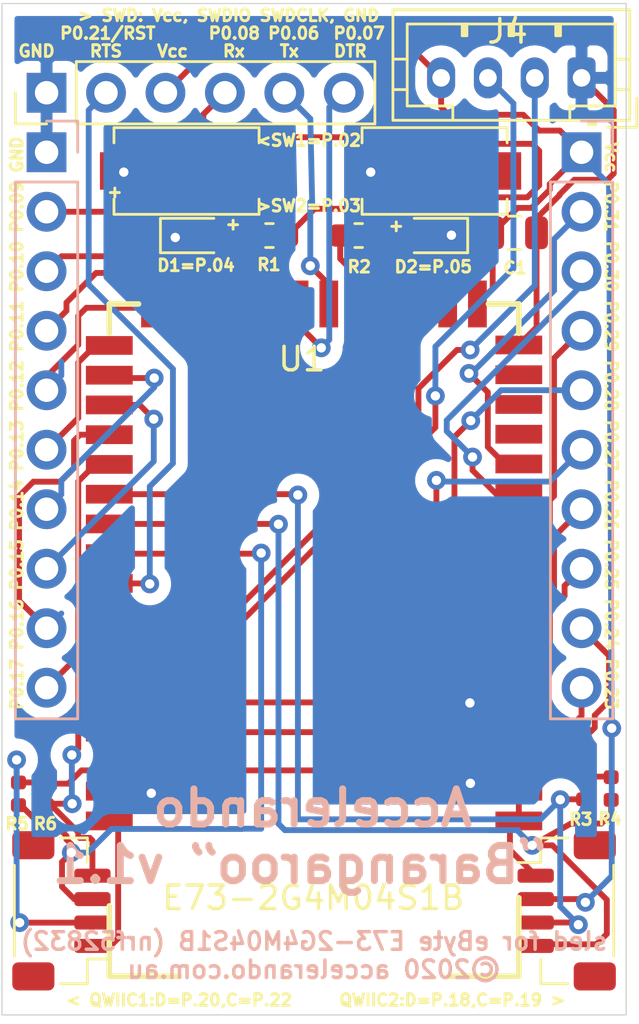
<source format=kicad_pcb>
(kicad_pcb (version 20171130) (host pcbnew "(5.1.6-0-10_14)")

  (general
    (thickness 1.6)
    (drawings 23)
    (tracks 380)
    (zones 0)
    (modules 18)
    (nets 37)
  )

  (page A4)
  (layers
    (0 F.Cu signal)
    (31 B.Cu signal)
    (32 B.Adhes user)
    (33 F.Adhes user)
    (34 B.Paste user)
    (35 F.Paste user)
    (36 B.SilkS user)
    (37 F.SilkS user)
    (38 B.Mask user)
    (39 F.Mask user)
    (40 Dwgs.User user)
    (41 Cmts.User user)
    (42 Eco1.User user)
    (43 Eco2.User user)
    (44 Edge.Cuts user)
    (45 Margin user)
    (46 B.CrtYd user)
    (47 F.CrtYd user)
    (48 B.Fab user)
    (49 F.Fab user)
  )

  (setup
    (last_trace_width 0.25)
    (user_trace_width 0.155)
    (user_trace_width 0.2)
    (user_trace_width 0.5)
    (trace_clearance 0.2)
    (zone_clearance 0.508)
    (zone_45_only no)
    (trace_min 0.15)
    (via_size 0.8)
    (via_drill 0.4)
    (via_min_size 0.3)
    (via_min_drill 0.3)
    (user_via 0.6 0.3)
    (uvia_size 0.3)
    (uvia_drill 0.1)
    (uvias_allowed no)
    (uvia_min_size 0.2)
    (uvia_min_drill 0.1)
    (edge_width 0.05)
    (segment_width 0.2)
    (pcb_text_width 0.3)
    (pcb_text_size 1.5 1.5)
    (mod_edge_width 0.12)
    (mod_text_size 1 1)
    (mod_text_width 0.15)
    (pad_size 1.7 1.7)
    (pad_drill 1)
    (pad_to_mask_clearance 0.05)
    (aux_axis_origin 0 0)
    (visible_elements FFFFFF7F)
    (pcbplotparams
      (layerselection 0x010fc_ffffffff)
      (usegerberextensions false)
      (usegerberattributes true)
      (usegerberadvancedattributes true)
      (creategerberjobfile true)
      (excludeedgelayer true)
      (linewidth 0.100000)
      (plotframeref false)
      (viasonmask false)
      (mode 1)
      (useauxorigin false)
      (hpglpennumber 1)
      (hpglpenspeed 20)
      (hpglpendiameter 15.000000)
      (psnegative false)
      (psa4output false)
      (plotreference true)
      (plotvalue true)
      (plotinvisibletext false)
      (padsonsilk false)
      (subtractmaskfromsilk false)
      (outputformat 1)
      (mirror false)
      (drillshape 0)
      (scaleselection 1)
      (outputdirectory "gerbers_v1_0"))
  )

  (net 0 "")
  (net 1 /SWDIO)
  (net 2 /SWDCLK)
  (net 3 "Net-(D1-Pad2)")
  (net 4 /P0.10)
  (net 5 /P0.09)
  (net 6 /P0.24)
  (net 7 /P0.18)
  (net 8 /P0.05)
  (net 9 /P0.03)
  (net 10 /P0.20)
  (net 11 /P0.02)
  (net 12 /P0.29)
  (net 13 /P0.31)
  (net 14 /P0.30)
  (net 15 VCC)
  (net 16 GND)
  (net 17 "Net-(D2-Pad2)")
  (net 18 /P0.07)
  (net 19 /P0.06)
  (net 20 /P0.08)
  (net 21 /P0.21)
  (net 22 /P0.19)
  (net 23 /P0.17)
  (net 24 /P0.16)
  (net 25 /P0.15)
  (net 26 /P0.14)
  (net 27 /P0.13)
  (net 28 /P0.12)
  (net 29 /P0.11)
  (net 30 /P0.28)
  (net 31 /P0.27)
  (net 32 /P0.26)
  (net 33 /P0.25)
  (net 34 /P0.23)
  (net 35 /P0.22)
  (net 36 /P0.04)

  (net_class Default "This is the default net class."
    (clearance 0.2)
    (trace_width 0.25)
    (via_dia 0.8)
    (via_drill 0.4)
    (uvia_dia 0.3)
    (uvia_drill 0.1)
    (add_net /P0.02)
    (add_net /P0.03)
    (add_net /P0.04)
    (add_net /P0.05)
    (add_net /P0.06)
    (add_net /P0.07)
    (add_net /P0.08)
    (add_net /P0.09)
    (add_net /P0.10)
    (add_net /P0.11)
    (add_net /P0.12)
    (add_net /P0.13)
    (add_net /P0.14)
    (add_net /P0.15)
    (add_net /P0.16)
    (add_net /P0.17)
    (add_net /P0.18)
    (add_net /P0.19)
    (add_net /P0.20)
    (add_net /P0.21)
    (add_net /P0.22)
    (add_net /P0.23)
    (add_net /P0.24)
    (add_net /P0.25)
    (add_net /P0.26)
    (add_net /P0.27)
    (add_net /P0.28)
    (add_net /P0.29)
    (add_net /P0.30)
    (add_net /P0.31)
    (add_net /SWDCLK)
    (add_net /SWDIO)
    (add_net GND)
    (add_net "Net-(D1-Pad2)")
    (add_net "Net-(D2-Pad2)")
    (add_net "Net-(U1-Pad12)")
    (add_net "Net-(U1-Pad13)")
    (add_net "Net-(U1-Pad14)")
    (add_net "Net-(U1-Pad3)")
    (add_net "Net-(U1-Pad4)")
    (add_net VCC)
  )

  (module Button_Switch_SMD:SW_SPST_EVQPE1 (layer F.Cu) (tedit 5A02FC95) (tstamp 5FCDE4FD)
    (at 94.88 61.76 180)
    (descr "Light Touch Switch, https://industrial.panasonic.com/cdbs/www-data/pdf/ATK0000/ATK0000CE7.pdf")
    (path /5FD1CC9A)
    (attr smd)
    (fp_text reference SW1 (at 5.01 -1.525) (layer F.SilkS) hide
      (effects (font (size 0.5 0.5) (thickness 0.125)))
    )
    (fp_text value SW_Push (at 0 3) (layer F.Fab) hide
      (effects (font (size 1 1) (thickness 0.15)))
    )
    (fp_line (start 3 -1.75) (end 3 1.75) (layer F.Fab) (width 0.1))
    (fp_line (start 3 1.75) (end -3 1.75) (layer F.Fab) (width 0.1))
    (fp_line (start -3 1.75) (end -3 -1.75) (layer F.Fab) (width 0.1))
    (fp_line (start -3 -1.75) (end 3 -1.75) (layer F.Fab) (width 0.1))
    (fp_line (start -1.4 -0.7) (end 1.4 -0.7) (layer F.Fab) (width 0.1))
    (fp_line (start 1.4 -0.7) (end 1.4 0.7) (layer F.Fab) (width 0.1))
    (fp_line (start 1.4 0.7) (end -1.4 0.7) (layer F.Fab) (width 0.1))
    (fp_line (start -1.4 0.7) (end -1.4 -0.7) (layer F.Fab) (width 0.1))
    (fp_line (start -3.95 -2) (end 3.95 -2) (layer F.CrtYd) (width 0.05))
    (fp_line (start 3.95 -2) (end 3.95 2) (layer F.CrtYd) (width 0.05))
    (fp_line (start 3.95 2) (end -3.95 2) (layer F.CrtYd) (width 0.05))
    (fp_line (start -3.95 2) (end -3.95 -2) (layer F.CrtYd) (width 0.05))
    (fp_line (start 3.1 -1.85) (end 3.1 -1.2) (layer F.SilkS) (width 0.12))
    (fp_line (start 3.1 1.85) (end 3.1 1.2) (layer F.SilkS) (width 0.12))
    (fp_line (start -3.1 1.2) (end -3.1 1.85) (layer F.SilkS) (width 0.12))
    (fp_line (start -3.1 -1.85) (end -3.1 -1.2) (layer F.SilkS) (width 0.12))
    (fp_line (start 3.1 -1.85) (end -3.1 -1.85) (layer F.SilkS) (width 0.12))
    (fp_line (start -3.1 1.85) (end 3.1 1.85) (layer F.SilkS) (width 0.12))
    (fp_text user %R (at 0 -2.65) (layer F.Fab) hide
      (effects (font (size 1 1) (thickness 0.15)))
    )
    (pad 1 smd rect (at -2.7 0 180) (size 2 1.6) (layers F.Cu F.Paste F.Mask)
      (net 11 /P0.02))
    (pad 2 smd rect (at 2.7 0 180) (size 2 1.6) (layers F.Cu F.Paste F.Mask)
      (net 16 GND))
    (model ${KISYS3DMOD}/Button_Switch_SMD.3dshapes/SW_SPST_EVQPE1.wrl
      (at (xyz 0 0 0))
      (scale (xyz 1 1 1))
      (rotate (xyz 0 0 0))
    )
  )

  (module Resistor_SMD:R_0603_1608Metric (layer F.Cu) (tedit 5B301BBD) (tstamp 5FCF0C44)
    (at 102.235 64.516)
    (descr "Resistor SMD 0603 (1608 Metric), square (rectangular) end terminal, IPC_7351 nominal, (Body size source: http://www.tortai-tech.com/upload/download/2011102023233369053.pdf), generated with kicad-footprint-generator")
    (tags resistor)
    (path /5F2A95FD)
    (attr smd)
    (fp_text reference R2 (at 0.025 1.334) (layer F.SilkS)
      (effects (font (size 0.5 0.5) (thickness 0.125)))
    )
    (fp_text value R_Small (at 0 1.43) (layer F.Fab) hide
      (effects (font (size 1 1) (thickness 0.15)))
    )
    (fp_line (start -0.8 0.4) (end -0.8 -0.4) (layer F.Fab) (width 0.1))
    (fp_line (start -0.8 -0.4) (end 0.8 -0.4) (layer F.Fab) (width 0.1))
    (fp_line (start 0.8 -0.4) (end 0.8 0.4) (layer F.Fab) (width 0.1))
    (fp_line (start 0.8 0.4) (end -0.8 0.4) (layer F.Fab) (width 0.1))
    (fp_line (start -0.162779 -0.51) (end 0.162779 -0.51) (layer F.SilkS) (width 0.12))
    (fp_line (start -0.162779 0.51) (end 0.162779 0.51) (layer F.SilkS) (width 0.12))
    (fp_line (start -1.48 0.73) (end -1.48 -0.73) (layer F.CrtYd) (width 0.05))
    (fp_line (start -1.48 -0.73) (end 1.48 -0.73) (layer F.CrtYd) (width 0.05))
    (fp_line (start 1.48 -0.73) (end 1.48 0.73) (layer F.CrtYd) (width 0.05))
    (fp_line (start 1.48 0.73) (end -1.48 0.73) (layer F.CrtYd) (width 0.05))
    (fp_text user %R (at 0 0) (layer F.Fab)
      (effects (font (size 0.4 0.4) (thickness 0.06)))
    )
    (pad 2 smd roundrect (at 0.7875 0) (size 0.875 0.95) (layers F.Cu F.Paste F.Mask) (roundrect_rratio 0.25)
      (net 17 "Net-(D2-Pad2)"))
    (pad 1 smd roundrect (at -0.7875 0) (size 0.875 0.95) (layers F.Cu F.Paste F.Mask) (roundrect_rratio 0.25)
      (net 8 /P0.05))
    (model ${KISYS3DMOD}/Resistor_SMD.3dshapes/R_0603_1608Metric.wrl
      (at (xyz 0 0 0))
      (scale (xyz 1 1 1))
      (rotate (xyz 0 0 0))
    )
  )

  (module Accelerando:E73-2G4M04S1B (layer F.Cu) (tedit 5FCF0899) (tstamp 5FCF14EB)
    (at 100.33 81.788)
    (path /5FCE772E)
    (fp_text reference U1 (at -0.52 -11.995) (layer F.SilkS)
      (effects (font (size 1 1) (thickness 0.15)))
    )
    (fp_text value E73-2G4M04S1B (at -0.03 11) (layer F.SilkS)
      (effects (font (size 1 1) (thickness 0.15)))
    )
    (fp_line (start -8.75 14.35) (end 8.75 14.35) (layer F.Fab) (width 0.24))
    (fp_line (start 8.75 14.35) (end 8.75 -14.35) (layer F.Fab) (width 0.24))
    (fp_line (start 8.75 -14.35) (end -8.75 -14.35) (layer F.Fab) (width 0.24))
    (fp_line (start -8.75 -14.35) (end -8.75 14.35) (layer F.Fab) (width 0.24))
    (fp_line (start -8.75 11.35) (end -8.75 14.35) (layer F.SilkS) (width 0.24))
    (fp_line (start -8.75 14.35) (end -5.75 14.35) (layer F.SilkS) (width 0.24))
    (fp_line (start 5.75 14.35) (end 8.75 14.35) (layer F.SilkS) (width 0.24))
    (fp_line (start 8.75 14.35) (end 8.75 11) (layer F.SilkS) (width 0.24))
    (fp_line (start 8.75 -14.35) (end 8.75 -13.1) (layer F.SilkS) (width 0.24))
    (fp_line (start 8.75 -14.35) (end 7.45 -14.35) (layer F.SilkS) (width 0.24))
    (fp_line (start -7.5 -14.35) (end -8.75 -14.35) (layer F.SilkS) (width 0.24))
    (fp_line (start -8.75 -14.35) (end -8.75 -13.1) (layer F.SilkS) (width 0.24))
    (fp_line (start -10.75 16.35) (end 10.75 16.35) (layer F.CrtYd) (width 0.12))
    (fp_line (start 10.75 16.35) (end 10.75 -16.35) (layer F.CrtYd) (width 0.12))
    (fp_line (start 10.75 -16.35) (end -10.75 -16.35) (layer F.CrtYd) (width 0.12))
    (fp_line (start -10.75 -16.35) (end -10.75 16.35) (layer F.CrtYd) (width 0.12))
    (pad 43 smd rect (at -8.75 7.72) (size 2 0.8) (layers F.Cu F.Paste F.Mask)
      (net 16 GND))
    (pad 42 smd rect (at -8.75 6.45) (size 2 0.8) (layers F.Cu F.Paste F.Mask)
      (net 16 GND))
    (pad 41 smd rect (at -8.75 3.93) (size 2 0.8) (layers F.Cu F.Paste F.Mask)
      (net 6 /P0.24))
    (pad 40 smd rect (at -8.75 2.66) (size 2 0.8) (layers F.Cu F.Paste F.Mask)
      (net 34 /P0.23))
    (pad 39 smd rect (at -8.75 1.39) (size 2 0.8) (layers F.Cu F.Paste F.Mask)
      (net 35 /P0.22))
    (pad 38 smd rect (at -8.75 0.12) (size 2 0.8) (layers F.Cu F.Paste F.Mask)
      (net 1 /SWDIO))
    (pad 37 smd rect (at -8.75 -1.15) (size 2 0.8) (layers F.Cu F.Paste F.Mask)
      (net 2 /SWDCLK))
    (pad 36 smd rect (at -8.75 -2.42) (size 2 0.8) (layers F.Cu F.Paste F.Mask)
      (net 21 /P0.21))
    (pad 35 smd rect (at -8.75 -3.69) (size 2 0.8) (layers F.Cu F.Paste F.Mask)
      (net 10 /P0.20))
    (pad 34 smd rect (at -8.75 -4.96) (size 2 0.8) (layers F.Cu F.Paste F.Mask)
      (net 22 /P0.19))
    (pad 33 smd rect (at -8.75 -6.23) (size 2 0.8) (layers F.Cu F.Paste F.Mask)
      (net 7 /P0.18))
    (pad 32 smd rect (at -8.75 -7.5) (size 2 0.8) (layers F.Cu F.Paste F.Mask)
      (net 23 /P0.17))
    (pad 31 smd rect (at -8.75 -8.77) (size 2 0.8) (layers F.Cu F.Paste F.Mask)
      (net 24 /P0.16))
    (pad 30 smd rect (at -8.75 -10.04) (size 2 0.8) (layers F.Cu F.Paste F.Mask)
      (net 25 /P0.15))
    (pad 29 smd rect (at -8.75 -11.31) (size 2 0.8) (layers F.Cu F.Paste F.Mask)
      (net 26 /P0.14))
    (pad 28 smd rect (at -8.75 -12.58) (size 2 0.8) (layers F.Cu F.Paste F.Mask)
      (net 27 /P0.13))
    (pad 27 smd rect (at -6.99 -14.35) (size 0.8 2) (layers F.Cu F.Paste F.Mask)
      (net 28 /P0.12))
    (pad 26 smd rect (at -5.72 -14.35) (size 0.8 2) (layers F.Cu F.Paste F.Mask)
      (net 29 /P0.11))
    (pad 25 smd rect (at -4.45 -14.35) (size 0.8 2) (layers F.Cu F.Paste F.Mask)
      (net 4 /P0.10))
    (pad 24 smd rect (at -3.18 -14.35) (size 0.8 2) (layers F.Cu F.Paste F.Mask)
      (net 5 /P0.09))
    (pad 23 smd rect (at -1.91 -14.35) (size 0.8 2) (layers F.Cu F.Paste F.Mask)
      (net 20 /P0.08))
    (pad 22 smd rect (at -0.64 -14.35) (size 0.8 2) (layers F.Cu F.Paste F.Mask)
      (net 18 /P0.07))
    (pad 21 smd rect (at 0.63 -14.35) (size 0.8 2) (layers F.Cu F.Paste F.Mask)
      (net 19 /P0.06))
    (pad 20 smd rect (at 1.9 -14.35) (size 0.8 2) (layers F.Cu F.Paste F.Mask)
      (net 8 /P0.05))
    (pad 19 smd rect (at 3.17 -14.35) (size 0.8 2) (layers F.Cu F.Paste F.Mask)
      (net 36 /P0.04))
    (pad 18 smd rect (at 4.44 -14.35) (size 0.8 2) (layers F.Cu F.Paste F.Mask)
      (net 9 /P0.03))
    (pad 17 smd rect (at 5.71 -14.35) (size 0.8 2) (layers F.Cu F.Paste F.Mask)
      (net 11 /P0.02))
    (pad 16 smd rect (at 6.98 -14.35) (size 0.8 2) (layers F.Cu F.Paste F.Mask)
      (net 15 VCC))
    (pad 15 smd rect (at 8.75 -12.6) (size 2 0.8) (layers F.Cu F.Paste F.Mask)
      (net 16 GND))
    (pad 14 smd rect (at 8.75 -11.33) (size 2 0.8) (layers F.Cu F.Paste F.Mask))
    (pad 13 smd rect (at 8.75 -10.06) (size 2 0.8) (layers F.Cu F.Paste F.Mask))
    (pad 12 smd rect (at 8.75 -8.79) (size 2 0.8) (layers F.Cu F.Paste F.Mask))
    (pad 11 smd rect (at 8.75 -7.52) (size 2 0.8) (layers F.Cu F.Paste F.Mask)
      (net 13 /P0.31))
    (pad 10 smd rect (at 8.75 -6.25) (size 2 0.8) (layers F.Cu F.Paste F.Mask)
      (net 14 /P0.30))
    (pad 9 smd rect (at 8.75 -4.98) (size 2 0.8) (layers F.Cu F.Paste F.Mask)
      (net 12 /P0.29))
    (pad 8 smd rect (at 8.75 -3.71) (size 2 0.8) (layers F.Cu F.Paste F.Mask)
      (net 30 /P0.28))
    (pad 7 smd rect (at 8.75 -2.44) (size 2 0.8) (layers F.Cu F.Paste F.Mask)
      (net 31 /P0.27))
    (pad 6 smd rect (at 8.75 -1.17) (size 2 0.8) (layers F.Cu F.Paste F.Mask)
      (net 32 /P0.26))
    (pad 5 smd rect (at 8.75 0.1) (size 2 0.8) (layers F.Cu F.Paste F.Mask)
      (net 33 /P0.25))
    (pad 4 smd rect (at 8.75 1.37) (size 2 0.8) (layers F.Cu F.Paste F.Mask))
    (pad 3 smd rect (at 8.75 2.64) (size 2 0.8) (layers F.Cu F.Paste F.Mask))
    (pad 2 smd rect (at 8.75 3.91) (size 2 0.8) (layers F.Cu F.Paste F.Mask)
      (net 16 GND))
    (pad 1 smd rect (at 8.75 6.45) (size 2 0.8) (layers F.Cu F.Paste F.Mask)
      (net 16 GND))
    (pad 0 smd rect (at 8.75 7.72) (size 2 0.8) (layers F.Cu F.Paste F.Mask)
      (net 16 GND))
  )

  (module Connector_JST:JST_SH_BM04B-SRSS-TB_1x04-1MP_P1.00mm_Vertical (layer F.Cu) (tedit 5B78AD87) (tstamp 5FCECD61)
    (at 111.125 93.345 270)
    (descr "JST SH series connector, BM04B-SRSS-TB (http://www.jst-mfg.com/product/pdf/eng/eSH.pdf), generated with kicad-footprint-generator")
    (tags "connector JST SH side entry")
    (path /5FD4B50C)
    (attr smd)
    (fp_text reference J5 (at -0.82 -0.475 90) (layer F.SilkS) hide
      (effects (font (size 1 1) (thickness 0.15)))
    )
    (fp_text value I2C1 (at 0 3.3 90) (layer F.Fab)
      (effects (font (size 1 1) (thickness 0.15)))
    )
    (fp_line (start -3 1) (end 3 1) (layer F.Fab) (width 0.1))
    (fp_line (start -3.11 -0.04) (end -3.11 1.11) (layer F.SilkS) (width 0.12))
    (fp_line (start -3.11 1.11) (end -2.06 1.11) (layer F.SilkS) (width 0.12))
    (fp_line (start -2.06 1.11) (end -2.06 2.1) (layer F.SilkS) (width 0.12))
    (fp_line (start 3.11 -0.04) (end 3.11 1.11) (layer F.SilkS) (width 0.12))
    (fp_line (start 3.11 1.11) (end 2.06 1.11) (layer F.SilkS) (width 0.12))
    (fp_line (start -1.94 -2.01) (end 1.94 -2.01) (layer F.SilkS) (width 0.12))
    (fp_line (start -3 -1.9) (end 3 -1.9) (layer F.Fab) (width 0.1))
    (fp_line (start -3 1) (end -3 -1.9) (layer F.Fab) (width 0.1))
    (fp_line (start 3 1) (end 3 -1.9) (layer F.Fab) (width 0.1))
    (fp_line (start -1.65 -1.55) (end -1.65 -0.95) (layer F.Fab) (width 0.1))
    (fp_line (start -1.65 -0.95) (end -1.35 -0.95) (layer F.Fab) (width 0.1))
    (fp_line (start -1.35 -0.95) (end -1.35 -1.55) (layer F.Fab) (width 0.1))
    (fp_line (start -1.35 -1.55) (end -1.65 -1.55) (layer F.Fab) (width 0.1))
    (fp_line (start -0.65 -1.55) (end -0.65 -0.95) (layer F.Fab) (width 0.1))
    (fp_line (start -0.65 -0.95) (end -0.35 -0.95) (layer F.Fab) (width 0.1))
    (fp_line (start -0.35 -0.95) (end -0.35 -1.55) (layer F.Fab) (width 0.1))
    (fp_line (start -0.35 -1.55) (end -0.65 -1.55) (layer F.Fab) (width 0.1))
    (fp_line (start 0.35 -1.55) (end 0.35 -0.95) (layer F.Fab) (width 0.1))
    (fp_line (start 0.35 -0.95) (end 0.65 -0.95) (layer F.Fab) (width 0.1))
    (fp_line (start 0.65 -0.95) (end 0.65 -1.55) (layer F.Fab) (width 0.1))
    (fp_line (start 0.65 -1.55) (end 0.35 -1.55) (layer F.Fab) (width 0.1))
    (fp_line (start 1.35 -1.55) (end 1.35 -0.95) (layer F.Fab) (width 0.1))
    (fp_line (start 1.35 -0.95) (end 1.65 -0.95) (layer F.Fab) (width 0.1))
    (fp_line (start 1.65 -0.95) (end 1.65 -1.55) (layer F.Fab) (width 0.1))
    (fp_line (start 1.65 -1.55) (end 1.35 -1.55) (layer F.Fab) (width 0.1))
    (fp_line (start -3.9 -2.6) (end -3.9 2.6) (layer F.CrtYd) (width 0.05))
    (fp_line (start -3.9 2.6) (end 3.9 2.6) (layer F.CrtYd) (width 0.05))
    (fp_line (start 3.9 2.6) (end 3.9 -2.6) (layer F.CrtYd) (width 0.05))
    (fp_line (start 3.9 -2.6) (end -3.9 -2.6) (layer F.CrtYd) (width 0.05))
    (fp_line (start -2 1) (end -1.5 0.292893) (layer F.Fab) (width 0.1))
    (fp_line (start -1.5 0.292893) (end -1 1) (layer F.Fab) (width 0.1))
    (fp_text user %R (at 0 -0.25 180) (layer F.Fab)
      (effects (font (size 1 1) (thickness 0.15)))
    )
    (pad MP smd roundrect (at 2.8 -1.2 270) (size 1.2 1.8) (layers F.Cu F.Paste F.Mask) (roundrect_rratio 0.208333))
    (pad MP smd roundrect (at -2.8 -1.2 270) (size 1.2 1.8) (layers F.Cu F.Paste F.Mask) (roundrect_rratio 0.208333))
    (pad 4 smd roundrect (at 1.5 1.325 270) (size 0.6 1.55) (layers F.Cu F.Paste F.Mask) (roundrect_rratio 0.25)
      (net 22 /P0.19))
    (pad 3 smd roundrect (at 0.5 1.325 270) (size 0.6 1.55) (layers F.Cu F.Paste F.Mask) (roundrect_rratio 0.25)
      (net 7 /P0.18))
    (pad 2 smd roundrect (at -0.5 1.325 270) (size 0.6 1.55) (layers F.Cu F.Paste F.Mask) (roundrect_rratio 0.25)
      (net 15 VCC))
    (pad 1 smd roundrect (at -1.5 1.325 270) (size 0.6 1.55) (layers F.Cu F.Paste F.Mask) (roundrect_rratio 0.25)
      (net 16 GND))
    (model ${KISYS3DMOD}/Connector_JST.3dshapes/JST_SH_BM04B-SRSS-TB_1x04-1MP_P1.00mm_Vertical.wrl
      (at (xyz 0 0 0))
      (scale (xyz 1 1 1))
      (rotate (xyz 0 0 0))
    )
  )

  (module Resistor_SMD:R_0402_1005Metric (layer F.Cu) (tedit 5B301BBD) (tstamp 5FCFB647)
    (at 88.9 88.35 270)
    (descr "Resistor SMD 0402 (1005 Metric), square (rectangular) end terminal, IPC_7351 nominal, (Body size source: http://www.tortai-tech.com/upload/download/2011102023233369053.pdf), generated with kicad-footprint-generator")
    (tags resistor)
    (path /5FD4028F)
    (attr smd)
    (fp_text reference R6 (at 1.28 0.05 180) (layer F.SilkS)
      (effects (font (size 0.5 0.5) (thickness 0.125)))
    )
    (fp_text value R_Small (at 0 1.17 90) (layer F.Fab) hide
      (effects (font (size 1 1) (thickness 0.15)))
    )
    (fp_line (start 0.93 0.47) (end -0.93 0.47) (layer F.CrtYd) (width 0.05))
    (fp_line (start 0.93 -0.47) (end 0.93 0.47) (layer F.CrtYd) (width 0.05))
    (fp_line (start -0.93 -0.47) (end 0.93 -0.47) (layer F.CrtYd) (width 0.05))
    (fp_line (start -0.93 0.47) (end -0.93 -0.47) (layer F.CrtYd) (width 0.05))
    (fp_line (start 0.5 0.25) (end -0.5 0.25) (layer F.Fab) (width 0.1))
    (fp_line (start 0.5 -0.25) (end 0.5 0.25) (layer F.Fab) (width 0.1))
    (fp_line (start -0.5 -0.25) (end 0.5 -0.25) (layer F.Fab) (width 0.1))
    (fp_line (start -0.5 0.25) (end -0.5 -0.25) (layer F.Fab) (width 0.1))
    (fp_text user %R (at 0 0 90) (layer F.Fab)
      (effects (font (size 0.25 0.25) (thickness 0.04)))
    )
    (pad 2 smd roundrect (at 0.485 0 270) (size 0.59 0.64) (layers F.Cu F.Paste F.Mask) (roundrect_rratio 0.25)
      (net 35 /P0.22))
    (pad 1 smd roundrect (at -0.485 0 270) (size 0.59 0.64) (layers F.Cu F.Paste F.Mask) (roundrect_rratio 0.25)
      (net 15 VCC))
    (model ${KISYS3DMOD}/Resistor_SMD.3dshapes/R_0402_1005Metric.wrl
      (at (xyz 0 0 0))
      (scale (xyz 1 1 1))
      (rotate (xyz 0 0 0))
    )
  )

  (module Resistor_SMD:R_0402_1005Metric (layer F.Cu) (tedit 5B301BBD) (tstamp 5FCFD2F4)
    (at 87.7 88.35 270)
    (descr "Resistor SMD 0402 (1005 Metric), square (rectangular) end terminal, IPC_7351 nominal, (Body size source: http://www.tortai-tech.com/upload/download/2011102023233369053.pdf), generated with kicad-footprint-generator")
    (tags resistor)
    (path /5FD416A4)
    (attr smd)
    (fp_text reference R5 (at 1.28 0.06 180) (layer F.SilkS)
      (effects (font (size 0.5 0.5) (thickness 0.125)))
    )
    (fp_text value R_Small (at 0 1.17 90) (layer F.Fab) hide
      (effects (font (size 1 1) (thickness 0.15)))
    )
    (fp_line (start 0.93 0.47) (end -0.93 0.47) (layer F.CrtYd) (width 0.05))
    (fp_line (start 0.93 -0.47) (end 0.93 0.47) (layer F.CrtYd) (width 0.05))
    (fp_line (start -0.93 -0.47) (end 0.93 -0.47) (layer F.CrtYd) (width 0.05))
    (fp_line (start -0.93 0.47) (end -0.93 -0.47) (layer F.CrtYd) (width 0.05))
    (fp_line (start 0.5 0.25) (end -0.5 0.25) (layer F.Fab) (width 0.1))
    (fp_line (start 0.5 -0.25) (end 0.5 0.25) (layer F.Fab) (width 0.1))
    (fp_line (start -0.5 -0.25) (end 0.5 -0.25) (layer F.Fab) (width 0.1))
    (fp_line (start -0.5 0.25) (end -0.5 -0.25) (layer F.Fab) (width 0.1))
    (fp_text user %R (at 0 0 90) (layer F.Fab)
      (effects (font (size 0.25 0.25) (thickness 0.04)))
    )
    (pad 2 smd roundrect (at 0.485 0 270) (size 0.59 0.64) (layers F.Cu F.Paste F.Mask) (roundrect_rratio 0.25)
      (net 10 /P0.20))
    (pad 1 smd roundrect (at -0.485 0 270) (size 0.59 0.64) (layers F.Cu F.Paste F.Mask) (roundrect_rratio 0.25)
      (net 15 VCC))
    (model ${KISYS3DMOD}/Resistor_SMD.3dshapes/R_0402_1005Metric.wrl
      (at (xyz 0 0 0))
      (scale (xyz 1 1 1))
      (rotate (xyz 0 0 0))
    )
  )

  (module Resistor_SMD:R_0402_1005Metric (layer F.Cu) (tedit 5B301BBD) (tstamp 5FCFAAC2)
    (at 113.025 88.125 270)
    (descr "Resistor SMD 0402 (1005 Metric), square (rectangular) end terminal, IPC_7351 nominal, (Body size source: http://www.tortai-tech.com/upload/download/2011102023233369053.pdf), generated with kicad-footprint-generator")
    (tags resistor)
    (path /5FD46C00)
    (attr smd)
    (fp_text reference R4 (at 1.295 0.045 180) (layer F.SilkS)
      (effects (font (size 0.5 0.5) (thickness 0.125)))
    )
    (fp_text value R_Small (at 0 1.17 90) (layer F.Fab) hide
      (effects (font (size 1 1) (thickness 0.15)))
    )
    (fp_line (start 0.93 0.47) (end -0.93 0.47) (layer F.CrtYd) (width 0.05))
    (fp_line (start 0.93 -0.47) (end 0.93 0.47) (layer F.CrtYd) (width 0.05))
    (fp_line (start -0.93 -0.47) (end 0.93 -0.47) (layer F.CrtYd) (width 0.05))
    (fp_line (start -0.93 0.47) (end -0.93 -0.47) (layer F.CrtYd) (width 0.05))
    (fp_line (start 0.5 0.25) (end -0.5 0.25) (layer F.Fab) (width 0.1))
    (fp_line (start 0.5 -0.25) (end 0.5 0.25) (layer F.Fab) (width 0.1))
    (fp_line (start -0.5 -0.25) (end 0.5 -0.25) (layer F.Fab) (width 0.1))
    (fp_line (start -0.5 0.25) (end -0.5 -0.25) (layer F.Fab) (width 0.1))
    (fp_text user %R (at 0 0 90) (layer F.Fab)
      (effects (font (size 0.25 0.25) (thickness 0.04)))
    )
    (pad 2 smd roundrect (at 0.485 0 270) (size 0.59 0.64) (layers F.Cu F.Paste F.Mask) (roundrect_rratio 0.25)
      (net 22 /P0.19))
    (pad 1 smd roundrect (at -0.485 0 270) (size 0.59 0.64) (layers F.Cu F.Paste F.Mask) (roundrect_rratio 0.25)
      (net 15 VCC))
    (model ${KISYS3DMOD}/Resistor_SMD.3dshapes/R_0402_1005Metric.wrl
      (at (xyz 0 0 0))
      (scale (xyz 1 1 1))
      (rotate (xyz 0 0 0))
    )
  )

  (module Resistor_SMD:R_0402_1005Metric (layer F.Cu) (tedit 5B301BBD) (tstamp 5FCFD0C7)
    (at 111.85 88.1 270)
    (descr "Resistor SMD 0402 (1005 Metric), square (rectangular) end terminal, IPC_7351 nominal, (Body size source: http://www.tortai-tech.com/upload/download/2011102023233369053.pdf), generated with kicad-footprint-generator")
    (tags resistor)
    (path /5FD46C06)
    (attr smd)
    (fp_text reference R3 (at 1.34 0.12 180) (layer F.SilkS)
      (effects (font (size 0.5 0.5) (thickness 0.125)))
    )
    (fp_text value R_Small (at 0 1.17 90) (layer F.Fab) hide
      (effects (font (size 1 1) (thickness 0.15)))
    )
    (fp_line (start 0.93 0.47) (end -0.93 0.47) (layer F.CrtYd) (width 0.05))
    (fp_line (start 0.93 -0.47) (end 0.93 0.47) (layer F.CrtYd) (width 0.05))
    (fp_line (start -0.93 -0.47) (end 0.93 -0.47) (layer F.CrtYd) (width 0.05))
    (fp_line (start -0.93 0.47) (end -0.93 -0.47) (layer F.CrtYd) (width 0.05))
    (fp_line (start 0.5 0.25) (end -0.5 0.25) (layer F.Fab) (width 0.1))
    (fp_line (start 0.5 -0.25) (end 0.5 0.25) (layer F.Fab) (width 0.1))
    (fp_line (start -0.5 -0.25) (end 0.5 -0.25) (layer F.Fab) (width 0.1))
    (fp_line (start -0.5 0.25) (end -0.5 -0.25) (layer F.Fab) (width 0.1))
    (fp_text user %R (at 0 0 90) (layer F.Fab)
      (effects (font (size 0.25 0.25) (thickness 0.04)))
    )
    (pad 2 smd roundrect (at 0.485 0 270) (size 0.59 0.64) (layers F.Cu F.Paste F.Mask) (roundrect_rratio 0.25)
      (net 7 /P0.18))
    (pad 1 smd roundrect (at -0.485 0 270) (size 0.59 0.64) (layers F.Cu F.Paste F.Mask) (roundrect_rratio 0.25)
      (net 15 VCC))
    (model ${KISYS3DMOD}/Resistor_SMD.3dshapes/R_0402_1005Metric.wrl
      (at (xyz 0 0 0))
      (scale (xyz 1 1 1))
      (rotate (xyz 0 0 0))
    )
  )

  (module Connector_PinHeader_2.54mm:PinHeader_1x10_P2.54mm_Vertical (layer B.Cu) (tedit 59FED5CC) (tstamp 5FCF17B3)
    (at 111.76 60.96 180)
    (descr "Through hole straight pin header, 1x10, 2.54mm pitch, single row")
    (tags "Through hole pin header THT 1x10 2.54mm single row")
    (path /5FD54133)
    (fp_text reference J3 (at 0 2.33) (layer B.SilkS) hide
      (effects (font (size 1 1) (thickness 0.15)) (justify mirror))
    )
    (fp_text value Conn_01x10_Male (at 0 -25.19) (layer B.Fab) hide
      (effects (font (size 1 1) (thickness 0.15)) (justify mirror))
    )
    (fp_line (start -0.635 1.27) (end 1.27 1.27) (layer B.Fab) (width 0.1))
    (fp_line (start 1.27 1.27) (end 1.27 -24.13) (layer B.Fab) (width 0.1))
    (fp_line (start 1.27 -24.13) (end -1.27 -24.13) (layer B.Fab) (width 0.1))
    (fp_line (start -1.27 -24.13) (end -1.27 0.635) (layer B.Fab) (width 0.1))
    (fp_line (start -1.27 0.635) (end -0.635 1.27) (layer B.Fab) (width 0.1))
    (fp_line (start -1.33 -24.19) (end 1.33 -24.19) (layer B.SilkS) (width 0.12))
    (fp_line (start -1.33 -1.27) (end -1.33 -24.19) (layer B.SilkS) (width 0.12))
    (fp_line (start 1.33 -1.27) (end 1.33 -24.19) (layer B.SilkS) (width 0.12))
    (fp_line (start -1.33 -1.27) (end 1.33 -1.27) (layer B.SilkS) (width 0.12))
    (fp_line (start -1.33 0) (end -1.33 1.33) (layer B.SilkS) (width 0.12))
    (fp_line (start -1.33 1.33) (end 0 1.33) (layer B.SilkS) (width 0.12))
    (fp_line (start -1.8 1.8) (end -1.8 -24.65) (layer B.CrtYd) (width 0.05))
    (fp_line (start -1.8 -24.65) (end 1.8 -24.65) (layer B.CrtYd) (width 0.05))
    (fp_line (start 1.8 -24.65) (end 1.8 1.8) (layer B.CrtYd) (width 0.05))
    (fp_line (start 1.8 1.8) (end -1.8 1.8) (layer B.CrtYd) (width 0.05))
    (fp_text user %R (at 0 -11.43 270) (layer B.Fab) hide
      (effects (font (size 1 1) (thickness 0.15)) (justify mirror))
    )
    (pad 10 thru_hole oval (at 0 -22.86 180) (size 1.7 1.7) (drill 1) (layers *.Cu *.Mask)
      (net 34 /P0.23))
    (pad 9 thru_hole oval (at 0 -20.32 180) (size 1.7 1.7) (drill 1) (layers *.Cu *.Mask)
      (net 6 /P0.24))
    (pad 8 thru_hole oval (at 0 -17.78 180) (size 1.7 1.7) (drill 1) (layers *.Cu *.Mask)
      (net 33 /P0.25))
    (pad 7 thru_hole oval (at 0 -15.24 180) (size 1.7 1.7) (drill 1) (layers *.Cu *.Mask)
      (net 32 /P0.26))
    (pad 6 thru_hole oval (at 0 -12.7 180) (size 1.7 1.7) (drill 1) (layers *.Cu *.Mask)
      (net 31 /P0.27))
    (pad 5 thru_hole oval (at 0 -10.16 180) (size 1.7 1.7) (drill 1) (layers *.Cu *.Mask)
      (net 30 /P0.28))
    (pad 4 thru_hole oval (at 0 -7.62 180) (size 1.7 1.7) (drill 1) (layers *.Cu *.Mask)
      (net 12 /P0.29))
    (pad 3 thru_hole oval (at 0 -5.08 180) (size 1.7 1.7) (drill 1) (layers *.Cu *.Mask)
      (net 14 /P0.30))
    (pad 2 thru_hole oval (at 0 -2.54 180) (size 1.7 1.7) (drill 1) (layers *.Cu *.Mask)
      (net 13 /P0.31))
    (pad 1 thru_hole rect (at 0 0 180) (size 1.7 1.7) (drill 1) (layers *.Cu *.Mask)
      (net 15 VCC))
    (model ${KISYS3DMOD}/Connector_PinHeader_2.54mm.3dshapes/PinHeader_1x10_P2.54mm_Vertical.wrl
      (at (xyz 0 0 0))
      (scale (xyz 1 1 1))
      (rotate (xyz 0 0 0))
    )
  )

  (module Resistor_SMD:R_0603_1608Metric (layer F.Cu) (tedit 5B301BBD) (tstamp 5FCEFB32)
    (at 98.425 64.516 180)
    (descr "Resistor SMD 0603 (1608 Metric), square (rectangular) end terminal, IPC_7351 nominal, (Body size source: http://www.tortai-tech.com/upload/download/2011102023233369053.pdf), generated with kicad-footprint-generator")
    (tags resistor)
    (path /5FD1B178)
    (attr smd)
    (fp_text reference R1 (at 0.025 -1.244 180) (layer F.SilkS)
      (effects (font (size 0.5 0.5) (thickness 0.125)))
    )
    (fp_text value R_Small (at 0 1.43) (layer F.Fab) hide
      (effects (font (size 1 1) (thickness 0.15)))
    )
    (fp_line (start -0.8 0.4) (end -0.8 -0.4) (layer F.Fab) (width 0.1))
    (fp_line (start -0.8 -0.4) (end 0.8 -0.4) (layer F.Fab) (width 0.1))
    (fp_line (start 0.8 -0.4) (end 0.8 0.4) (layer F.Fab) (width 0.1))
    (fp_line (start 0.8 0.4) (end -0.8 0.4) (layer F.Fab) (width 0.1))
    (fp_line (start -0.162779 -0.51) (end 0.162779 -0.51) (layer F.SilkS) (width 0.12))
    (fp_line (start -0.162779 0.51) (end 0.162779 0.51) (layer F.SilkS) (width 0.12))
    (fp_line (start -1.48 0.73) (end -1.48 -0.73) (layer F.CrtYd) (width 0.05))
    (fp_line (start -1.48 -0.73) (end 1.48 -0.73) (layer F.CrtYd) (width 0.05))
    (fp_line (start 1.48 -0.73) (end 1.48 0.73) (layer F.CrtYd) (width 0.05))
    (fp_line (start 1.48 0.73) (end -1.48 0.73) (layer F.CrtYd) (width 0.05))
    (fp_text user %R (at 0 0) (layer F.Fab)
      (effects (font (size 0.4 0.4) (thickness 0.06)))
    )
    (pad 2 smd roundrect (at 0.7875 0 180) (size 0.875 0.95) (layers F.Cu F.Paste F.Mask) (roundrect_rratio 0.25)
      (net 3 "Net-(D1-Pad2)"))
    (pad 1 smd roundrect (at -0.7875 0 180) (size 0.875 0.95) (layers F.Cu F.Paste F.Mask) (roundrect_rratio 0.25)
      (net 36 /P0.04))
    (model ${KISYS3DMOD}/Resistor_SMD.3dshapes/R_0603_1608Metric.wrl
      (at (xyz 0 0 0))
      (scale (xyz 1 1 1))
      (rotate (xyz 0 0 0))
    )
  )

  (module Connector_JST:JST_SH_BM04B-SRSS-TB_1x04-1MP_P1.00mm_Vertical (layer F.Cu) (tedit 5B78AD87) (tstamp 5FCECD7C)
    (at 89.535 93.345 90)
    (descr "JST SH series connector, BM04B-SRSS-TB (http://www.jst-mfg.com/product/pdf/eng/eSH.pdf), generated with kicad-footprint-generator")
    (tags "connector JST SH side entry")
    (path /5FD4E08F)
    (attr smd)
    (fp_text reference J6 (at 0.395 -0.785 90) (layer F.SilkS) hide
      (effects (font (size 1 1) (thickness 0.15)))
    )
    (fp_text value I2C2 (at 0 3.3 90) (layer F.Fab)
      (effects (font (size 1 1) (thickness 0.15)))
    )
    (fp_line (start -3 1) (end 3 1) (layer F.Fab) (width 0.1))
    (fp_line (start -3.11 -0.04) (end -3.11 1.11) (layer F.SilkS) (width 0.12))
    (fp_line (start -3.11 1.11) (end -2.06 1.11) (layer F.SilkS) (width 0.12))
    (fp_line (start -2.06 1.11) (end -2.06 2.1) (layer F.SilkS) (width 0.12))
    (fp_line (start 3.11 -0.04) (end 3.11 1.11) (layer F.SilkS) (width 0.12))
    (fp_line (start 3.11 1.11) (end 2.06 1.11) (layer F.SilkS) (width 0.12))
    (fp_line (start -1.94 -2.01) (end 1.94 -2.01) (layer F.SilkS) (width 0.12))
    (fp_line (start -3 -1.9) (end 3 -1.9) (layer F.Fab) (width 0.1))
    (fp_line (start -3 1) (end -3 -1.9) (layer F.Fab) (width 0.1))
    (fp_line (start 3 1) (end 3 -1.9) (layer F.Fab) (width 0.1))
    (fp_line (start -1.65 -1.55) (end -1.65 -0.95) (layer F.Fab) (width 0.1))
    (fp_line (start -1.65 -0.95) (end -1.35 -0.95) (layer F.Fab) (width 0.1))
    (fp_line (start -1.35 -0.95) (end -1.35 -1.55) (layer F.Fab) (width 0.1))
    (fp_line (start -1.35 -1.55) (end -1.65 -1.55) (layer F.Fab) (width 0.1))
    (fp_line (start -0.65 -1.55) (end -0.65 -0.95) (layer F.Fab) (width 0.1))
    (fp_line (start -0.65 -0.95) (end -0.35 -0.95) (layer F.Fab) (width 0.1))
    (fp_line (start -0.35 -0.95) (end -0.35 -1.55) (layer F.Fab) (width 0.1))
    (fp_line (start -0.35 -1.55) (end -0.65 -1.55) (layer F.Fab) (width 0.1))
    (fp_line (start 0.35 -1.55) (end 0.35 -0.95) (layer F.Fab) (width 0.1))
    (fp_line (start 0.35 -0.95) (end 0.65 -0.95) (layer F.Fab) (width 0.1))
    (fp_line (start 0.65 -0.95) (end 0.65 -1.55) (layer F.Fab) (width 0.1))
    (fp_line (start 0.65 -1.55) (end 0.35 -1.55) (layer F.Fab) (width 0.1))
    (fp_line (start 1.35 -1.55) (end 1.35 -0.95) (layer F.Fab) (width 0.1))
    (fp_line (start 1.35 -0.95) (end 1.65 -0.95) (layer F.Fab) (width 0.1))
    (fp_line (start 1.65 -0.95) (end 1.65 -1.55) (layer F.Fab) (width 0.1))
    (fp_line (start 1.65 -1.55) (end 1.35 -1.55) (layer F.Fab) (width 0.1))
    (fp_line (start -3.9 -2.6) (end -3.9 2.6) (layer F.CrtYd) (width 0.05))
    (fp_line (start -3.9 2.6) (end 3.9 2.6) (layer F.CrtYd) (width 0.05))
    (fp_line (start 3.9 2.6) (end 3.9 -2.6) (layer F.CrtYd) (width 0.05))
    (fp_line (start 3.9 -2.6) (end -3.9 -2.6) (layer F.CrtYd) (width 0.05))
    (fp_line (start -2 1) (end -1.5 0.292893) (layer F.Fab) (width 0.1))
    (fp_line (start -1.5 0.292893) (end -1 1) (layer F.Fab) (width 0.1))
    (fp_text user %R (at 0 -0.25 90) (layer F.Fab)
      (effects (font (size 1 1) (thickness 0.15)))
    )
    (pad MP smd roundrect (at 2.8 -1.2 90) (size 1.2 1.8) (layers F.Cu F.Paste F.Mask) (roundrect_rratio 0.208333))
    (pad MP smd roundrect (at -2.8 -1.2 90) (size 1.2 1.8) (layers F.Cu F.Paste F.Mask) (roundrect_rratio 0.208333))
    (pad 4 smd roundrect (at 1.5 1.325 90) (size 0.6 1.55) (layers F.Cu F.Paste F.Mask) (roundrect_rratio 0.25)
      (net 35 /P0.22))
    (pad 3 smd roundrect (at 0.5 1.325 90) (size 0.6 1.55) (layers F.Cu F.Paste F.Mask) (roundrect_rratio 0.25)
      (net 10 /P0.20))
    (pad 2 smd roundrect (at -0.5 1.325 90) (size 0.6 1.55) (layers F.Cu F.Paste F.Mask) (roundrect_rratio 0.25)
      (net 15 VCC))
    (pad 1 smd roundrect (at -1.5 1.325 90) (size 0.6 1.55) (layers F.Cu F.Paste F.Mask) (roundrect_rratio 0.25)
      (net 16 GND))
    (model ${KISYS3DMOD}/Connector_JST.3dshapes/JST_SH_BM04B-SRSS-TB_1x04-1MP_P1.00mm_Vertical.wrl
      (at (xyz 0 0 0))
      (scale (xyz 1 1 1))
      (rotate (xyz 0 0 0))
    )
  )

  (module Button_Switch_SMD:SW_SPST_EVQPE1 (layer F.Cu) (tedit 5A02FC95) (tstamp 5FCDE4DD)
    (at 105.48 61.76 180)
    (descr "Light Touch Switch, https://industrial.panasonic.com/cdbs/www-data/pdf/ATK0000/ATK0000CE7.pdf")
    (path /5FD1B755)
    (attr smd)
    (fp_text reference SW2 (at -4.06 1.315) (layer F.SilkS) hide
      (effects (font (size 0.5 0.5) (thickness 0.125)))
    )
    (fp_text value SW_Push (at 0 3) (layer F.Fab)
      (effects (font (size 1 1) (thickness 0.15)))
    )
    (fp_line (start 3 -1.75) (end 3 1.75) (layer F.Fab) (width 0.1))
    (fp_line (start 3 1.75) (end -3 1.75) (layer F.Fab) (width 0.1))
    (fp_line (start -3 1.75) (end -3 -1.75) (layer F.Fab) (width 0.1))
    (fp_line (start -3 -1.75) (end 3 -1.75) (layer F.Fab) (width 0.1))
    (fp_line (start -1.4 -0.7) (end 1.4 -0.7) (layer F.Fab) (width 0.1))
    (fp_line (start 1.4 -0.7) (end 1.4 0.7) (layer F.Fab) (width 0.1))
    (fp_line (start 1.4 0.7) (end -1.4 0.7) (layer F.Fab) (width 0.1))
    (fp_line (start -1.4 0.7) (end -1.4 -0.7) (layer F.Fab) (width 0.1))
    (fp_line (start -3.95 -2) (end 3.95 -2) (layer F.CrtYd) (width 0.05))
    (fp_line (start 3.95 -2) (end 3.95 2) (layer F.CrtYd) (width 0.05))
    (fp_line (start 3.95 2) (end -3.95 2) (layer F.CrtYd) (width 0.05))
    (fp_line (start -3.95 2) (end -3.95 -2) (layer F.CrtYd) (width 0.05))
    (fp_line (start 3.1 -1.85) (end 3.1 -1.2) (layer F.SilkS) (width 0.12))
    (fp_line (start 3.1 1.85) (end 3.1 1.2) (layer F.SilkS) (width 0.12))
    (fp_line (start -3.1 1.2) (end -3.1 1.85) (layer F.SilkS) (width 0.12))
    (fp_line (start -3.1 -1.85) (end -3.1 -1.2) (layer F.SilkS) (width 0.12))
    (fp_line (start 3.1 -1.85) (end -3.1 -1.85) (layer F.SilkS) (width 0.12))
    (fp_line (start -3.1 1.85) (end 3.1 1.85) (layer F.SilkS) (width 0.12))
    (fp_text user %R (at 0 -2.65) (layer F.Fab) hide
      (effects (font (size 1 1) (thickness 0.15)))
    )
    (pad 1 smd rect (at -2.7 0 180) (size 2 1.6) (layers F.Cu F.Paste F.Mask)
      (net 9 /P0.03))
    (pad 2 smd rect (at 2.7 0 180) (size 2 1.6) (layers F.Cu F.Paste F.Mask)
      (net 16 GND))
    (model ${KISYS3DMOD}/Button_Switch_SMD.3dshapes/SW_SPST_EVQPE1.wrl
      (at (xyz 0 0 0))
      (scale (xyz 1 1 1))
      (rotate (xyz 0 0 0))
    )
  )

  (module Connector_JST:JST_PH_B4B-PH-K_1x04_P2.00mm_Vertical (layer F.Cu) (tedit 5B7745C2) (tstamp 5FCF12CF)
    (at 111.76 57.785 180)
    (descr "JST PH series connector, B4B-PH-K (http://www.jst-mfg.com/product/pdf/eng/ePH.pdf), generated with kicad-footprint-generator")
    (tags "connector JST PH side entry")
    (path /5F264D59)
    (fp_text reference J4 (at 3.16 1.985) (layer F.SilkS)
      (effects (font (size 1 1) (thickness 0.15)))
    )
    (fp_text value SWD (at 3 4) (layer F.Fab) hide
      (effects (font (size 1 1) (thickness 0.15)))
    )
    (fp_line (start -2.06 -1.81) (end -2.06 2.91) (layer F.SilkS) (width 0.12))
    (fp_line (start -2.06 2.91) (end 8.06 2.91) (layer F.SilkS) (width 0.12))
    (fp_line (start 8.06 2.91) (end 8.06 -1.81) (layer F.SilkS) (width 0.12))
    (fp_line (start 8.06 -1.81) (end -2.06 -1.81) (layer F.SilkS) (width 0.12))
    (fp_line (start -0.3 -1.81) (end -0.3 -2.01) (layer F.SilkS) (width 0.12))
    (fp_line (start -0.3 -2.01) (end -0.6 -2.01) (layer F.SilkS) (width 0.12))
    (fp_line (start -0.6 -2.01) (end -0.6 -1.81) (layer F.SilkS) (width 0.12))
    (fp_line (start -0.3 -1.91) (end -0.6 -1.91) (layer F.SilkS) (width 0.12))
    (fp_line (start 0.5 -1.81) (end 0.5 -1.2) (layer F.SilkS) (width 0.12))
    (fp_line (start 0.5 -1.2) (end -1.45 -1.2) (layer F.SilkS) (width 0.12))
    (fp_line (start -1.45 -1.2) (end -1.45 2.3) (layer F.SilkS) (width 0.12))
    (fp_line (start -1.45 2.3) (end 7.45 2.3) (layer F.SilkS) (width 0.12))
    (fp_line (start 7.45 2.3) (end 7.45 -1.2) (layer F.SilkS) (width 0.12))
    (fp_line (start 7.45 -1.2) (end 5.5 -1.2) (layer F.SilkS) (width 0.12))
    (fp_line (start 5.5 -1.2) (end 5.5 -1.81) (layer F.SilkS) (width 0.12))
    (fp_line (start -2.06 -0.5) (end -1.45 -0.5) (layer F.SilkS) (width 0.12))
    (fp_line (start -2.06 0.8) (end -1.45 0.8) (layer F.SilkS) (width 0.12))
    (fp_line (start 8.06 -0.5) (end 7.45 -0.5) (layer F.SilkS) (width 0.12))
    (fp_line (start 8.06 0.8) (end 7.45 0.8) (layer F.SilkS) (width 0.12))
    (fp_line (start 0.9 2.3) (end 0.9 1.8) (layer F.SilkS) (width 0.12))
    (fp_line (start 0.9 1.8) (end 1.1 1.8) (layer F.SilkS) (width 0.12))
    (fp_line (start 1.1 1.8) (end 1.1 2.3) (layer F.SilkS) (width 0.12))
    (fp_line (start 1 2.3) (end 1 1.8) (layer F.SilkS) (width 0.12))
    (fp_line (start 2.9 2.3) (end 2.9 1.8) (layer F.SilkS) (width 0.12))
    (fp_line (start 2.9 1.8) (end 3.1 1.8) (layer F.SilkS) (width 0.12))
    (fp_line (start 3.1 1.8) (end 3.1 2.3) (layer F.SilkS) (width 0.12))
    (fp_line (start 3 2.3) (end 3 1.8) (layer F.SilkS) (width 0.12))
    (fp_line (start 4.9 2.3) (end 4.9 1.8) (layer F.SilkS) (width 0.12))
    (fp_line (start 4.9 1.8) (end 5.1 1.8) (layer F.SilkS) (width 0.12))
    (fp_line (start 5.1 1.8) (end 5.1 2.3) (layer F.SilkS) (width 0.12))
    (fp_line (start 5 2.3) (end 5 1.8) (layer F.SilkS) (width 0.12))
    (fp_line (start -1.11 -2.11) (end -2.36 -2.11) (layer F.SilkS) (width 0.12))
    (fp_line (start -2.36 -2.11) (end -2.36 -0.86) (layer F.SilkS) (width 0.12))
    (fp_line (start -1.11 -2.11) (end -2.36 -2.11) (layer F.Fab) (width 0.1))
    (fp_line (start -2.36 -2.11) (end -2.36 -0.86) (layer F.Fab) (width 0.1))
    (fp_line (start -1.95 -1.7) (end -1.95 2.8) (layer F.Fab) (width 0.1))
    (fp_line (start -1.95 2.8) (end 7.95 2.8) (layer F.Fab) (width 0.1))
    (fp_line (start 7.95 2.8) (end 7.95 -1.7) (layer F.Fab) (width 0.1))
    (fp_line (start 7.95 -1.7) (end -1.95 -1.7) (layer F.Fab) (width 0.1))
    (fp_line (start -2.45 -2.2) (end -2.45 3.3) (layer F.CrtYd) (width 0.05))
    (fp_line (start -2.45 3.3) (end 8.45 3.3) (layer F.CrtYd) (width 0.05))
    (fp_line (start 8.45 3.3) (end 8.45 -2.2) (layer F.CrtYd) (width 0.05))
    (fp_line (start 8.45 -2.2) (end -2.45 -2.2) (layer F.CrtYd) (width 0.05))
    (fp_text user %R (at 3 1.5) (layer F.Fab)
      (effects (font (size 1 1) (thickness 0.15)))
    )
    (pad 4 thru_hole oval (at 6 0 180) (size 1.2 1.75) (drill 0.75) (layers *.Cu *.Mask)
      (net 15 VCC))
    (pad 3 thru_hole oval (at 4 0 180) (size 1.2 1.75) (drill 0.75) (layers *.Cu *.Mask)
      (net 1 /SWDIO))
    (pad 2 thru_hole oval (at 2 0 180) (size 1.2 1.75) (drill 0.75) (layers *.Cu *.Mask)
      (net 2 /SWDCLK))
    (pad 1 thru_hole roundrect (at 0 0 180) (size 1.2 1.75) (drill 0.75) (layers *.Cu *.Mask) (roundrect_rratio 0.208333)
      (net 16 GND))
    (model ${KISYS3DMOD}/Connector_JST.3dshapes/JST_PH_B4B-PH-K_1x04_P2.00mm_Vertical.wrl
      (at (xyz 0 0 0))
      (scale (xyz 1 1 1))
      (rotate (xyz 0 0 0))
    )
  )

  (module Connector_PinHeader_2.54mm:PinHeader_1x10_P2.54mm_Vertical (layer B.Cu) (tedit 59FED5CC) (tstamp 5FCEE926)
    (at 88.9 60.96 180)
    (descr "Through hole straight pin header, 1x10, 2.54mm pitch, single row")
    (tags "Through hole pin header THT 1x10 2.54mm single row")
    (path /5FD51D24)
    (fp_text reference J2 (at 0 2.33) (layer B.SilkS) hide
      (effects (font (size 1 1) (thickness 0.15)) (justify mirror))
    )
    (fp_text value Conn_01x10_Male (at 0 -25.19) (layer F.Fab) hide
      (effects (font (size 1 1) (thickness 0.15)))
    )
    (fp_line (start -0.635 1.27) (end 1.27 1.27) (layer B.Fab) (width 0.1))
    (fp_line (start 1.27 1.27) (end 1.27 -24.13) (layer B.Fab) (width 0.1))
    (fp_line (start 1.27 -24.13) (end -1.27 -24.13) (layer B.Fab) (width 0.1))
    (fp_line (start -1.27 -24.13) (end -1.27 0.635) (layer B.Fab) (width 0.1))
    (fp_line (start -1.27 0.635) (end -0.635 1.27) (layer B.Fab) (width 0.1))
    (fp_line (start -1.33 -24.19) (end 1.33 -24.19) (layer B.SilkS) (width 0.12))
    (fp_line (start -1.33 -1.27) (end -1.33 -24.19) (layer B.SilkS) (width 0.12))
    (fp_line (start 1.33 -1.27) (end 1.33 -24.19) (layer B.SilkS) (width 0.12))
    (fp_line (start -1.33 -1.27) (end 1.33 -1.27) (layer B.SilkS) (width 0.12))
    (fp_line (start -1.33 0) (end -1.33 1.33) (layer B.SilkS) (width 0.12))
    (fp_line (start -1.33 1.33) (end 0 1.33) (layer B.SilkS) (width 0.12))
    (fp_line (start -1.8 1.8) (end -1.8 -24.65) (layer B.CrtYd) (width 0.05))
    (fp_line (start -1.8 -24.65) (end 1.8 -24.65) (layer B.CrtYd) (width 0.05))
    (fp_line (start 1.8 -24.65) (end 1.8 1.8) (layer B.CrtYd) (width 0.05))
    (fp_line (start 1.8 1.8) (end -1.8 1.8) (layer B.CrtYd) (width 0.05))
    (fp_text user %R (at 0 -11.43 270) (layer B.Fab) hide
      (effects (font (size 1 1) (thickness 0.15)) (justify mirror))
    )
    (pad 10 thru_hole oval (at 0 -22.86 180) (size 1.7 1.7) (drill 1) (layers *.Cu *.Mask)
      (net 23 /P0.17))
    (pad 9 thru_hole oval (at 0 -20.32 180) (size 1.7 1.7) (drill 1) (layers *.Cu *.Mask)
      (net 24 /P0.16))
    (pad 8 thru_hole oval (at 0 -17.78 180) (size 1.7 1.7) (drill 1) (layers *.Cu *.Mask)
      (net 25 /P0.15))
    (pad 7 thru_hole oval (at 0 -15.24 180) (size 1.7 1.7) (drill 1) (layers *.Cu *.Mask)
      (net 26 /P0.14))
    (pad 6 thru_hole oval (at 0 -12.7 180) (size 1.7 1.7) (drill 1) (layers *.Cu *.Mask)
      (net 27 /P0.13))
    (pad 5 thru_hole oval (at 0 -10.16 180) (size 1.7 1.7) (drill 1) (layers *.Cu *.Mask)
      (net 28 /P0.12))
    (pad 4 thru_hole oval (at 0 -7.62 180) (size 1.7 1.7) (drill 1) (layers *.Cu *.Mask)
      (net 29 /P0.11))
    (pad 3 thru_hole oval (at 0 -5.08 180) (size 1.7 1.7) (drill 1) (layers *.Cu *.Mask)
      (net 4 /P0.10))
    (pad 2 thru_hole oval (at 0 -2.54 180) (size 1.7 1.7) (drill 1) (layers *.Cu *.Mask)
      (net 5 /P0.09))
    (pad 1 thru_hole rect (at 0 0 180) (size 1.7 1.7) (drill 1) (layers *.Cu *.Mask)
      (net 16 GND))
    (model ${KISYS3DMOD}/Connector_PinHeader_2.54mm.3dshapes/PinHeader_1x10_P2.54mm_Vertical.wrl
      (at (xyz 0 0 0))
      (scale (xyz 1 1 1))
      (rotate (xyz 0 0 0))
    )
  )

  (module Connector_PinHeader_2.54mm:PinHeader_1x06_P2.54mm_Vertical (layer F.Cu) (tedit 59FED5CC) (tstamp 5F265DDD)
    (at 88.9 58.42 90)
    (descr "Through hole straight pin header, 1x06, 2.54mm pitch, single row")
    (tags "Through hole pin header THT 1x06 2.54mm single row")
    (path /5FD14864)
    (fp_text reference J1 (at -2.18 1.85 180) (layer F.SilkS) hide
      (effects (font (size 1 1) (thickness 0.15)))
    )
    (fp_text value Conn_01x06_Female (at 0 15.03 90) (layer F.Fab) hide
      (effects (font (size 1 1) (thickness 0.15)))
    )
    (fp_line (start -0.635 -1.27) (end 1.27 -1.27) (layer F.Fab) (width 0.1))
    (fp_line (start 1.27 -1.27) (end 1.27 13.97) (layer F.Fab) (width 0.1))
    (fp_line (start 1.27 13.97) (end -1.27 13.97) (layer F.Fab) (width 0.1))
    (fp_line (start -1.27 13.97) (end -1.27 -0.635) (layer F.Fab) (width 0.1))
    (fp_line (start -1.27 -0.635) (end -0.635 -1.27) (layer F.Fab) (width 0.1))
    (fp_line (start -1.33 14.03) (end 1.33 14.03) (layer F.SilkS) (width 0.12))
    (fp_line (start -1.33 1.27) (end -1.33 14.03) (layer F.SilkS) (width 0.12))
    (fp_line (start 1.33 1.27) (end 1.33 14.03) (layer F.SilkS) (width 0.12))
    (fp_line (start -1.33 1.27) (end 1.33 1.27) (layer F.SilkS) (width 0.12))
    (fp_line (start -1.33 0) (end -1.33 -1.33) (layer F.SilkS) (width 0.12))
    (fp_line (start -1.33 -1.33) (end 0 -1.33) (layer F.SilkS) (width 0.12))
    (fp_line (start -1.8 -1.8) (end -1.8 14.5) (layer F.CrtYd) (width 0.05))
    (fp_line (start -1.8 14.5) (end 1.8 14.5) (layer F.CrtYd) (width 0.05))
    (fp_line (start 1.8 14.5) (end 1.8 -1.8) (layer F.CrtYd) (width 0.05))
    (fp_line (start 1.8 -1.8) (end -1.8 -1.8) (layer F.CrtYd) (width 0.05))
    (fp_text user %R (at 0 6.35) (layer F.Fab)
      (effects (font (size 1 1) (thickness 0.15)))
    )
    (pad 6 thru_hole oval (at 0 12.7 90) (size 1.7 1.7) (drill 1) (layers *.Cu *.Mask)
      (net 18 /P0.07))
    (pad 5 thru_hole oval (at 0 10.16 90) (size 1.7 1.7) (drill 1) (layers *.Cu *.Mask)
      (net 19 /P0.06))
    (pad 4 thru_hole oval (at 0 7.62 90) (size 1.7 1.7) (drill 1) (layers *.Cu *.Mask)
      (net 20 /P0.08))
    (pad 3 thru_hole oval (at 0 5.08 90) (size 1.7 1.7) (drill 1) (layers *.Cu *.Mask)
      (net 15 VCC))
    (pad 2 thru_hole oval (at 0 2.54 90) (size 1.7 1.7) (drill 1) (layers *.Cu *.Mask)
      (net 21 /P0.21))
    (pad 1 thru_hole rect (at 0 0 90) (size 1.7 1.7) (drill 1) (layers *.Cu *.Mask)
      (net 16 GND))
    (model ${KISYS3DMOD}/Connector_PinHeader_2.54mm.3dshapes/PinHeader_1x06_P2.54mm_Vertical.wrl
      (at (xyz 0 0 0))
      (scale (xyz 1 1 1))
      (rotate (xyz 0 0 0))
    )
  )

  (module LED_SMD:LED_0603_1608Metric (layer F.Cu) (tedit 5B301BBE) (tstamp 5FCDE434)
    (at 105.41 64.516 180)
    (descr "LED SMD 0603 (1608 Metric), square (rectangular) end terminal, IPC_7351 nominal, (Body size source: http://www.tortai-tech.com/upload/download/2011102023233369053.pdf), generated with kicad-footprint-generator")
    (tags diode)
    (path /5F2AD871)
    (attr smd)
    (fp_text reference D2 (at 0.03 -1.374 180) (layer F.SilkS) hide
      (effects (font (size 0.5 0.5) (thickness 0.125)))
    )
    (fp_text value LED_Small (at 0 1.43) (layer F.Fab) hide
      (effects (font (size 1 1) (thickness 0.15)))
    )
    (fp_line (start 0.8 -0.4) (end -0.5 -0.4) (layer F.Fab) (width 0.1))
    (fp_line (start -0.5 -0.4) (end -0.8 -0.1) (layer F.Fab) (width 0.1))
    (fp_line (start -0.8 -0.1) (end -0.8 0.4) (layer F.Fab) (width 0.1))
    (fp_line (start -0.8 0.4) (end 0.8 0.4) (layer F.Fab) (width 0.1))
    (fp_line (start 0.8 0.4) (end 0.8 -0.4) (layer F.Fab) (width 0.1))
    (fp_line (start 0.8 -0.735) (end -1.485 -0.735) (layer F.SilkS) (width 0.12))
    (fp_line (start -1.485 -0.735) (end -1.485 0.735) (layer F.SilkS) (width 0.12))
    (fp_line (start -1.485 0.735) (end 0.8 0.735) (layer F.SilkS) (width 0.12))
    (fp_line (start -1.48 0.73) (end -1.48 -0.73) (layer F.CrtYd) (width 0.05))
    (fp_line (start -1.48 -0.73) (end 1.48 -0.73) (layer F.CrtYd) (width 0.05))
    (fp_line (start 1.48 -0.73) (end 1.48 0.73) (layer F.CrtYd) (width 0.05))
    (fp_line (start 1.48 0.73) (end -1.48 0.73) (layer F.CrtYd) (width 0.05))
    (fp_text user %R (at 0 0 180) (layer F.Fab)
      (effects (font (size 0.4 0.4) (thickness 0.06)))
    )
    (pad 2 smd roundrect (at 0.7875 0 180) (size 0.875 0.95) (layers F.Cu F.Paste F.Mask) (roundrect_rratio 0.25)
      (net 17 "Net-(D2-Pad2)"))
    (pad 1 smd roundrect (at -0.7875 0 180) (size 0.875 0.95) (layers F.Cu F.Paste F.Mask) (roundrect_rratio 0.25)
      (net 16 GND))
    (model ${KISYS3DMOD}/LED_SMD.3dshapes/LED_0603_1608Metric.wrl
      (at (xyz 0 0 0))
      (scale (xyz 1 1 1))
      (rotate (xyz 0 0 0))
    )
  )

  (module LED_SMD:LED_0603_1608Metric (layer F.Cu) (tedit 5B301BBE) (tstamp 5FCEF77C)
    (at 95.25 64.516)
    (descr "LED SMD 0603 (1608 Metric), square (rectangular) end terminal, IPC_7351 nominal, (Body size source: http://www.tortai-tech.com/upload/download/2011102023233369053.pdf), generated with kicad-footprint-generator")
    (tags diode)
    (path /5FD1B172)
    (attr smd)
    (fp_text reference D1 (at -0.14 1.254 180) (layer F.SilkS) hide
      (effects (font (size 0.5 0.5) (thickness 0.125)))
    )
    (fp_text value LED_Small (at 0 1.43) (layer F.Fab) hide
      (effects (font (size 1 1) (thickness 0.15)))
    )
    (fp_line (start 0.8 -0.4) (end -0.5 -0.4) (layer F.Fab) (width 0.1))
    (fp_line (start -0.5 -0.4) (end -0.8 -0.1) (layer F.Fab) (width 0.1))
    (fp_line (start -0.8 -0.1) (end -0.8 0.4) (layer F.Fab) (width 0.1))
    (fp_line (start -0.8 0.4) (end 0.8 0.4) (layer F.Fab) (width 0.1))
    (fp_line (start 0.8 0.4) (end 0.8 -0.4) (layer F.Fab) (width 0.1))
    (fp_line (start 0.8 -0.735) (end -1.485 -0.735) (layer F.SilkS) (width 0.12))
    (fp_line (start -1.485 -0.735) (end -1.485 0.735) (layer F.SilkS) (width 0.12))
    (fp_line (start -1.485 0.735) (end 0.8 0.735) (layer F.SilkS) (width 0.12))
    (fp_line (start -1.48 0.73) (end -1.48 -0.73) (layer F.CrtYd) (width 0.05))
    (fp_line (start -1.48 -0.73) (end 1.48 -0.73) (layer F.CrtYd) (width 0.05))
    (fp_line (start 1.48 -0.73) (end 1.48 0.73) (layer F.CrtYd) (width 0.05))
    (fp_line (start 1.48 0.73) (end -1.48 0.73) (layer F.CrtYd) (width 0.05))
    (fp_text user %R (at 0 0) (layer F.Fab)
      (effects (font (size 0.4 0.4) (thickness 0.06)))
    )
    (pad 2 smd roundrect (at 0.7875 0) (size 0.875 0.95) (layers F.Cu F.Paste F.Mask) (roundrect_rratio 0.25)
      (net 3 "Net-(D1-Pad2)"))
    (pad 1 smd roundrect (at -0.7875 0) (size 0.875 0.95) (layers F.Cu F.Paste F.Mask) (roundrect_rratio 0.25)
      (net 16 GND))
    (model ${KISYS3DMOD}/LED_SMD.3dshapes/LED_0603_1608Metric.wrl
      (at (xyz 0 0 0))
      (scale (xyz 1 1 1))
      (rotate (xyz 0 0 0))
    )
  )

  (module Capacitor_SMD:C_0805_2012Metric (layer F.Cu) (tedit 5B36C52B) (tstamp 5F265DBF)
    (at 108.9 64.4 180)
    (descr "Capacitor SMD 0805 (2012 Metric), square (rectangular) end terminal, IPC_7351 nominal, (Body size source: https://docs.google.com/spreadsheets/d/1BsfQQcO9C6DZCsRaXUlFlo91Tg2WpOkGARC1WS5S8t0/edit?usp=sharing), generated with kicad-footprint-generator")
    (tags capacitor)
    (path /5F26DE07)
    (attr smd)
    (fp_text reference C1 (at -0.02 -1.5 180) (layer F.SilkS)
      (effects (font (size 0.5 0.5) (thickness 0.125)))
    )
    (fp_text value 10uF (at 0 1.65) (layer F.Fab)
      (effects (font (size 1 1) (thickness 0.15)))
    )
    (fp_line (start -1 0.6) (end -1 -0.6) (layer F.Fab) (width 0.1))
    (fp_line (start -1 -0.6) (end 1 -0.6) (layer F.Fab) (width 0.1))
    (fp_line (start 1 -0.6) (end 1 0.6) (layer F.Fab) (width 0.1))
    (fp_line (start 1 0.6) (end -1 0.6) (layer F.Fab) (width 0.1))
    (fp_line (start -0.258578 -0.71) (end 0.258578 -0.71) (layer F.SilkS) (width 0.12))
    (fp_line (start -0.258578 0.71) (end 0.258578 0.71) (layer F.SilkS) (width 0.12))
    (fp_line (start -1.68 0.95) (end -1.68 -0.95) (layer F.CrtYd) (width 0.05))
    (fp_line (start -1.68 -0.95) (end 1.68 -0.95) (layer F.CrtYd) (width 0.05))
    (fp_line (start 1.68 -0.95) (end 1.68 0.95) (layer F.CrtYd) (width 0.05))
    (fp_line (start 1.68 0.95) (end -1.68 0.95) (layer F.CrtYd) (width 0.05))
    (fp_text user %R (at 0 0) (layer F.Fab)
      (effects (font (size 0.5 0.5) (thickness 0.08)))
    )
    (pad 2 smd roundrect (at 0.9375 0 180) (size 0.975 1.4) (layers F.Cu F.Paste F.Mask) (roundrect_rratio 0.25)
      (net 15 VCC))
    (pad 1 smd roundrect (at -0.9375 0 180) (size 0.975 1.4) (layers F.Cu F.Paste F.Mask) (roundrect_rratio 0.25)
      (net 16 GND))
    (model ${KISYS3DMOD}/Capacitor_SMD.3dshapes/C_0805_2012Metric.wrl
      (at (xyz 0 0 0))
      (scale (xyz 1 1 1))
      (rotate (xyz 0 0 0))
    )
  )

  (gr_text "Accelerando \n“Barangaroo” v1.1\n" (at 99.695 90.17) (layer B.SilkS) (tstamp 5FE288CD)
    (effects (font (size 1.5 1.5) (thickness 0.3)) (justify mirror))
  )
  (gr_text "> SWD: Vcc, SWDIO SWDCLK, GND\n" (at 90.17 55.118) (layer F.SilkS) (tstamp 5FD070D0)
    (effects (font (size 0.5 0.5) (thickness 0.125)) (justify left))
  )
  (gr_text "P0.07\n" (at 101.092 55.88) (layer F.SilkS) (tstamp 5FD070C7)
    (effects (font (size 0.5 0.5) (thickness 0.125)) (justify left))
  )
  (gr_text "P0.06\n" (at 98.298 55.88) (layer F.SilkS) (tstamp 5FD070C4)
    (effects (font (size 0.5 0.5) (thickness 0.125)) (justify left))
  )
  (gr_text "P0.08\n" (at 95.758 55.88) (layer F.SilkS) (tstamp 5FD070C1)
    (effects (font (size 0.5 0.5) (thickness 0.125)) (justify left))
  )
  (gr_text "P0.21/RST\n" (at 89.408 55.88) (layer F.SilkS) (tstamp 5FD070BD)
    (effects (font (size 0.5 0.5) (thickness 0.125)) (justify left))
  )
  (gr_text "GND    RTS    Vcc    Rx    Tx    DTR" (at 87.63 56.642) (layer F.SilkS) (tstamp 5FD070B6)
    (effects (font (size 0.5 0.5) (thickness 0.125)) (justify left))
  )
  (gr_text "Vcc P0.31 P0.30 P0.29 P0.28 P0.27 P0.26 P0.25 P0.24 P0.23\n" (at 113.03 60.452 270) (layer F.SilkS) (tstamp 5FD06F1C)
    (effects (font (size 0.5 0.5) (thickness 0.125)) (justify left))
  )
  (gr_text "P0.17 P0.16 P0.15 P0.14 P0.13 P0.12 P0.11 P0.10 P0.09 GND" (at 87.63 84.836 90) (layer F.SilkS) (tstamp 5FD06E2F)
    (effects (font (size 0.5 0.5) (thickness 0.125)) (justify left))
  )
  (gr_text "QWIIC2:D=P.18,C=P.19 >" (at 101.34 97.155) (layer F.SilkS) (tstamp 5FD06ABD)
    (effects (font (size 0.5 0.5) (thickness 0.125)) (justify left))
  )
  (gr_text "< QWIIC1:D=P.20,C=P.22" (at 89.65 97.155) (layer F.SilkS) (tstamp 5FD06AB8)
    (effects (font (size 0.5 0.5) (thickness 0.125)) (justify left))
  )
  (gr_text + (at 103.45 64.09) (layer F.SilkS) (tstamp 5FD032B1)
    (effects (font (size 0.5 0.5) (thickness 0.125)) (justify left))
  )
  (gr_text + (at 96.48 64.02) (layer F.SilkS) (tstamp 5FD032AD)
    (effects (font (size 0.5 0.5) (thickness 0.125)) (justify left))
  )
  (gr_text "D2=P.05\n" (at 103.7 65.85) (layer F.SilkS) (tstamp 5FD030FE)
    (effects (font (size 0.5 0.5) (thickness 0.125)) (justify left))
  )
  (gr_text "D1=P.04\n" (at 93.56 65.79) (layer F.SilkS) (tstamp 5FD02F87)
    (effects (font (size 0.5 0.5) (thickness 0.125)) (justify left))
  )
  (gr_text >SW2=P.03 (at 97.79 63.246) (layer F.SilkS) (tstamp 5FD02EC0)
    (effects (font (size 0.5 0.5) (thickness 0.125)) (justify left))
  )
  (gr_text <SW1=P.02 (at 97.79 60.452) (layer F.SilkS)
    (effects (font (size 0.5 0.5) (thickness 0.125)) (justify left))
  )
  (gr_text "sled for eByte E73-2G4M04S1B (nrf52832)\n©2020 accelerando.com.au\n" (at 100.33 95.25) (layer B.SilkS)
    (effects (font (size 0.75 0.75) (thickness 0.15)) (justify mirror))
  )
  (gr_line (start 86.995 54.61) (end 86.995 97.79) (layer Edge.Cuts) (width 0.05) (tstamp 5FCEF93F))
  (gr_line (start 113.665 54.61) (end 86.995 54.61) (layer Edge.Cuts) (width 0.05))
  (gr_line (start 113.665 97.79) (end 113.665 54.61) (layer Edge.Cuts) (width 0.05))
  (gr_line (start 86.995 97.79) (end 113.665 97.79) (layer Edge.Cuts) (width 0.05))
  (gr_text + (at 91.8512 62.6796 270) (layer F.SilkS) (tstamp 5FCEE35A)
    (effects (font (size 0.5 0.5) (thickness 0.125)))
  )

  (via (at 105.515339 71.361507) (size 0.8) (drill 0.4) (layers F.Cu B.Cu) (net 1))
  (segment (start 96.312923 81.908) (end 105.515339 72.705584) (width 0.25) (layer F.Cu) (net 1))
  (segment (start 91.58 81.908) (end 96.312923 81.908) (width 0.25) (layer F.Cu) (net 1))
  (segment (start 105.515339 72.705584) (end 105.515339 71.361507) (width 0.25) (layer F.Cu) (net 1))
  (segment (start 108.85 58.875) (end 107.76 57.785) (width 0.25) (layer B.Cu) (net 1))
  (segment (start 108.85 65.92) (end 108.85 58.875) (width 0.25) (layer B.Cu) (net 1))
  (segment (start 105.515339 69.254661) (end 108.85 65.92) (width 0.25) (layer B.Cu) (net 1))
  (segment (start 105.515339 71.361507) (end 105.515339 69.254661) (width 0.25) (layer B.Cu) (net 1))
  (segment (start 109.76 66.650137) (end 109.76 57.785) (width 0.25) (layer B.Cu) (net 2))
  (segment (start 107 69.4) (end 109.76 66.650137) (width 0.25) (layer B.Cu) (net 2))
  (via (at 107 69.4) (size 0.8) (drill 0.4) (layers F.Cu B.Cu) (net 2))
  (segment (start 96.862 80.638) (end 104.790337 72.709663) (width 0.25) (layer F.Cu) (net 2))
  (segment (start 91.58 80.638) (end 96.862 80.638) (width 0.25) (layer F.Cu) (net 2))
  (segment (start 106.434315 69.4) (end 107 69.4) (width 0.25) (layer F.Cu) (net 2))
  (segment (start 104.790337 72.709663) (end 104.790337 71.043978) (width 0.25) (layer F.Cu) (net 2))
  (segment (start 104.790337 71.043978) (end 106.434315 69.4) (width 0.25) (layer F.Cu) (net 2))
  (segment (start 96.0375 64.516) (end 97.6375 64.516) (width 0.25) (layer F.Cu) (net 3))
  (segment (start 89.54 65.4) (end 88.9 66.04) (width 0.25) (layer F.Cu) (net 4))
  (segment (start 95.041095 65.4) (end 89.54 65.4) (width 0.25) (layer F.Cu) (net 4))
  (segment (start 95.88 67.438) (end 95.88 66.238904) (width 0.25) (layer F.Cu) (net 4))
  (segment (start 95.88 66.238904) (end 95.041095 65.4) (width 0.25) (layer F.Cu) (net 4))
  (segment (start 96.540001 66.112999) (end 97.15 66.722998) (width 0.25) (layer F.Cu) (net 5))
  (segment (start 96.390505 66.112999) (end 96.540001 66.112999) (width 0.25) (layer F.Cu) (net 5))
  (segment (start 95.27499 64.084496) (end 95.27499 64.997484) (width 0.25) (layer F.Cu) (net 5))
  (segment (start 88.9 63.5) (end 94.690494 63.5) (width 0.25) (layer F.Cu) (net 5))
  (segment (start 97.15 66.722998) (end 97.15 67.438) (width 0.25) (layer F.Cu) (net 5))
  (segment (start 95.27499 64.997484) (end 96.390505 66.112999) (width 0.25) (layer F.Cu) (net 5))
  (segment (start 94.690494 63.5) (end 95.27499 64.084496) (width 0.25) (layer F.Cu) (net 5))
  (segment (start 111.76 81.28) (end 111.76 81.54) (width 0.25) (layer B.Cu) (net 6))
  (segment (start 112.935001 84.384001) (end 112.935001 82.455001) (width 0.25) (layer F.Cu) (net 6))
  (segment (start 106.478587 85.718) (end 107.633599 86.873012) (width 0.25) (layer F.Cu) (net 6))
  (segment (start 110.976988 86.873012) (end 112.324001 85.525999) (width 0.25) (layer F.Cu) (net 6))
  (segment (start 112.324001 84.995001) (end 112.935001 84.384001) (width 0.25) (layer F.Cu) (net 6))
  (segment (start 107.633599 86.873012) (end 110.976988 86.873012) (width 0.25) (layer F.Cu) (net 6))
  (segment (start 112.324001 85.525999) (end 112.324001 84.995001) (width 0.25) (layer F.Cu) (net 6))
  (segment (start 112.935001 82.455001) (end 111.76 81.28) (width 0.25) (layer F.Cu) (net 6))
  (segment (start 91.58 85.718) (end 106.478587 85.718) (width 0.25) (layer F.Cu) (net 6))
  (segment (start 109.845 93.8) (end 109.8 93.845) (width 0.25) (layer F.Cu) (net 7))
  (via (at 110.85 88.6) (size 0.8) (drill 0.4) (layers F.Cu B.Cu) (net 7))
  (segment (start 110.865 88.585) (end 110.85 88.6) (width 0.25) (layer F.Cu) (net 7))
  (segment (start 111.85 88.585) (end 110.865 88.585) (width 0.25) (layer F.Cu) (net 7))
  (segment (start 110.85 93.161965) (end 111.625029 93.936994) (width 0.25) (layer B.Cu) (net 7))
  (via (at 111.625029 93.936994) (size 0.8) (drill 0.4) (layers F.Cu B.Cu) (net 7))
  (segment (start 109.8 93.845) (end 111.533035 93.845) (width 0.25) (layer F.Cu) (net 7))
  (segment (start 111.533035 93.845) (end 111.625029 93.936994) (width 0.25) (layer F.Cu) (net 7))
  (segment (start 110.85 88.6) (end 110.85 93.161965) (width 0.25) (layer B.Cu) (net 7))
  (segment (start 97.758 75.558) (end 91.58 75.558) (width 0.25) (layer F.Cu) (net 7))
  (via (at 99.64 75.59) (size 0.8) (drill 0.4) (layers F.Cu B.Cu) (net 7))
  (segment (start 99.608 75.558) (end 99.64 75.59) (width 0.25) (layer F.Cu) (net 7))
  (segment (start 97.758 75.558) (end 99.608 75.558) (width 0.25) (layer F.Cu) (net 7))
  (segment (start 110.75 88.7) (end 110.85 88.6) (width 0.25) (layer B.Cu) (net 7))
  (segment (start 99.64 89.44) (end 110.01 89.44) (width 0.25) (layer B.Cu) (net 7))
  (segment (start 110.01 89.44) (end 110.75 88.7) (width 0.25) (layer B.Cu) (net 7))
  (segment (start 99.64 75.59) (end 99.64 89.44) (width 0.25) (layer B.Cu) (net 7))
  (segment (start 102.23 67.438) (end 102.23 66.838) (width 0.25) (layer F.Cu) (net 8))
  (segment (start 102.23 67.438) (end 102.23 66.289) (width 0.25) (layer F.Cu) (net 8))
  (segment (start 101.4475 65.5065) (end 101.4475 64.516) (width 0.25) (layer F.Cu) (net 8))
  (segment (start 102.23 66.289) (end 101.4475 65.5065) (width 0.25) (layer F.Cu) (net 8))
  (segment (start 104.77 67.438) (end 104.77 66.04) (width 0.25) (layer F.Cu) (net 9))
  (segment (start 104.77 66.04) (end 105.43499 65.37501) (width 0.25) (layer F.Cu) (net 9))
  (segment (start 106.536996 61.76) (end 108.18 61.76) (width 0.25) (layer F.Cu) (net 9))
  (segment (start 105.43499 65.37501) (end 105.43499 62.862006) (width 0.25) (layer F.Cu) (net 9))
  (segment (start 105.43499 62.862006) (end 106.536996 61.76) (width 0.25) (layer F.Cu) (net 9))
  (segment (start 90.905 92.8) (end 90.86 92.845) (width 0.25) (layer F.Cu) (net 10))
  (via (at 89.956643 90.860386) (size 0.8) (drill 0.4) (layers F.Cu B.Cu) (net 10))
  (segment (start 89.56001 91.257019) (end 89.956643 90.860386) (width 0.25) (layer F.Cu) (net 10))
  (segment (start 89.56001 92.32001) (end 89.56001 91.257019) (width 0.25) (layer F.Cu) (net 10))
  (segment (start 90.085 92.845) (end 89.56001 92.32001) (width 0.25) (layer F.Cu) (net 10))
  (segment (start 90.86 92.845) (end 90.085 92.845) (width 0.25) (layer F.Cu) (net 10))
  (segment (start 89.75 90.299413) (end 89.75 90.14681) (width 0.25) (layer F.Cu) (net 10))
  (segment (start 89.956643 90.506056) (end 89.75 90.299413) (width 0.25) (layer F.Cu) (net 10))
  (segment (start 89.956643 90.860386) (end 89.956643 90.506056) (width 0.25) (layer F.Cu) (net 10))
  (segment (start 89.1082 89.50501) (end 89.75 90.14681) (width 0.25) (layer F.Cu) (net 10))
  (segment (start 88.47001 89.50501) (end 89.1082 89.50501) (width 0.25) (layer F.Cu) (net 10))
  (segment (start 87.8 88.835) (end 88.47001 89.50501) (width 0.25) (layer F.Cu) (net 10))
  (segment (start 87.7 88.835) (end 87.8 88.835) (width 0.25) (layer F.Cu) (net 10))
  (segment (start 90.662616 90.860386) (end 89.956643 90.860386) (width 0.25) (layer B.Cu) (net 10))
  (segment (start 91.673002 89.85) (end 90.662616 90.860386) (width 0.25) (layer B.Cu) (net 10))
  (segment (start 97.25 89.85) (end 91.673002 89.85) (width 0.25) (layer B.Cu) (net 10))
  (via (at 98.07 78.07) (size 0.8) (drill 0.4) (layers F.Cu B.Cu) (net 10))
  (segment (start 98.042 78.098) (end 98.07 78.07) (width 0.25) (layer F.Cu) (net 10))
  (segment (start 91.58 78.098) (end 98.042 78.098) (width 0.25) (layer F.Cu) (net 10))
  (segment (start 98.07 78.07) (end 98.07 89.84) (width 0.25) (layer B.Cu) (net 10))
  (segment (start 97.26 89.84) (end 97.25 89.85) (width 0.25) (layer B.Cu) (net 10))
  (segment (start 98.07 89.84) (end 97.26 89.84) (width 0.25) (layer B.Cu) (net 10))
  (segment (start 99.02 60.32) (end 97.58 61.76) (width 0.25) (layer F.Cu) (net 11))
  (segment (start 106.96001 64.997484) (end 106.96001 63.53001) (width 0.25) (layer F.Cu) (net 11))
  (segment (start 105.04 60.6) (end 104.76 60.32) (width 0.25) (layer F.Cu) (net 11))
  (segment (start 109.440001 62.885001) (end 109.95 62.375002) (width 0.25) (layer F.Cu) (net 11))
  (segment (start 107.605019 62.885001) (end 109.440001 62.885001) (width 0.25) (layer F.Cu) (net 11))
  (segment (start 106.96001 63.53001) (end 107.605019 62.885001) (width 0.25) (layer F.Cu) (net 11))
  (segment (start 104.76 60.32) (end 99.02 60.32) (width 0.25) (layer F.Cu) (net 11))
  (segment (start 106.04 67.438) (end 106.04 65.917494) (width 0.25) (layer F.Cu) (net 11))
  (segment (start 109.65 60.6) (end 105.04 60.6) (width 0.25) (layer F.Cu) (net 11))
  (segment (start 109.95 60.9) (end 109.65 60.6) (width 0.25) (layer F.Cu) (net 11))
  (segment (start 109.95 62.375002) (end 109.95 60.9) (width 0.25) (layer F.Cu) (net 11))
  (segment (start 106.04 65.917494) (end 106.96001 64.997484) (width 0.25) (layer F.Cu) (net 11))
  (segment (start 110.405001 76.732999) (end 110.405001 75.815997) (width 0.25) (layer F.Cu) (net 12))
  (segment (start 110.33 76.808) (end 110.405001 76.732999) (width 0.25) (layer F.Cu) (net 12))
  (segment (start 109.08 76.808) (end 110.33 76.808) (width 0.25) (layer F.Cu) (net 12))
  (segment (start 110.584999 75.635999) (end 110.405001 75.815997) (width 0.25) (layer F.Cu) (net 12))
  (segment (start 110.584999 69.755001) (end 110.584999 75.635999) (width 0.25) (layer F.Cu) (net 12))
  (segment (start 111.76 68.58) (end 110.584999 69.755001) (width 0.25) (layer F.Cu) (net 12))
  (via (at 106.949824 70.401248) (size 0.8) (drill 0.4) (layers F.Cu B.Cu) (net 13))
  (segment (start 109.08 74.268) (end 108.48 74.268) (width 0.25) (layer F.Cu) (net 13))
  (segment (start 108.48 74.268) (end 107.754999 73.542999) (width 0.25) (layer F.Cu) (net 13))
  (segment (start 107.754999 71.206423) (end 106.949824 70.401248) (width 0.25) (layer F.Cu) (net 13))
  (segment (start 107.754999 73.542999) (end 107.754999 71.206423) (width 0.25) (layer F.Cu) (net 13))
  (segment (start 110.584999 66.867222) (end 107.050973 70.401248) (width 0.25) (layer B.Cu) (net 13))
  (segment (start 107.050973 70.401248) (end 106.949824 70.401248) (width 0.25) (layer B.Cu) (net 13))
  (segment (start 111.76 63.5) (end 110.584999 64.675001) (width 0.25) (layer B.Cu) (net 13))
  (segment (start 110.584999 64.675001) (end 110.584999 66.867222) (width 0.25) (layer B.Cu) (net 13))
  (segment (start 109.08 75.538) (end 109.68 75.538) (width 0.25) (layer F.Cu) (net 14))
  (segment (start 106 72.4) (end 111.76 66.64) (width 0.25) (layer B.Cu) (net 14))
  (segment (start 107.101537 73.972055) (end 106 72.870518) (width 0.25) (layer B.Cu) (net 14))
  (segment (start 108.101797 75.538) (end 109.08 75.538) (width 0.25) (layer F.Cu) (net 14))
  (segment (start 111.76 66.64) (end 111.76 66.04) (width 0.25) (layer B.Cu) (net 14))
  (segment (start 107.101537 74.53774) (end 108.101797 75.538) (width 0.25) (layer F.Cu) (net 14))
  (segment (start 107.101537 73.972055) (end 107.101537 74.53774) (width 0.25) (layer F.Cu) (net 14))
  (segment (start 106 72.870518) (end 106 72.4) (width 0.25) (layer B.Cu) (net 14))
  (via (at 107.101537 73.972055) (size 0.8) (drill 0.4) (layers F.Cu B.Cu) (net 14))
  (segment (start 111.633905 60.96) (end 111.76 60.96) (width 0.25) (layer F.Cu) (net 15))
  (segment (start 111.269999 60.469999) (end 111.76 60.96) (width 0.25) (layer F.Cu) (net 15))
  (segment (start 111.76 60.96) (end 110.83499 60.03499) (width 0.25) (layer F.Cu) (net 15))
  (segment (start 111.76 61.16) (end 111.76 60.96) (width 0.25) (layer B.Cu) (net 15))
  (segment (start 112.935001 62.335001) (end 111.76 61.16) (width 0.25) (layer B.Cu) (net 15))
  (segment (start 113.05 85.55) (end 112.935001 62.335001) (width 0.25) (layer B.Cu) (net 15))
  (via (at 113.05 85.55) (size 0.8) (drill 0.4) (layers F.Cu B.Cu) (net 15))
  (via (at 87.62 86.9) (size 0.8) (drill 0.4) (layers F.Cu B.Cu) (net 15))
  (segment (start 87.8 87.08) (end 87.62 86.9) (width 0.25) (layer F.Cu) (net 15))
  (via (at 87.75 93.85) (size 0.8) (drill 0.4) (layers F.Cu B.Cu) (net 15))
  (segment (start 87.62 93.72) (end 87.75 93.85) (width 0.25) (layer B.Cu) (net 15))
  (segment (start 87.62 86.9) (end 87.62 93.72) (width 0.25) (layer B.Cu) (net 15))
  (segment (start 90.855 93.85) (end 90.86 93.845) (width 0.25) (layer F.Cu) (net 15))
  (segment (start 87.75 93.85) (end 90.855 93.85) (width 0.25) (layer F.Cu) (net 15))
  (segment (start 87.62 87.685) (end 87.85 87.915) (width 0.25) (layer F.Cu) (net 15))
  (segment (start 87.62 86.9) (end 87.62 87.685) (width 0.25) (layer F.Cu) (net 15))
  (segment (start 87.7 87.865) (end 88.9 87.865) (width 0.25) (layer F.Cu) (net 15))
  (segment (start 113 87.615) (end 113.025 87.64) (width 0.25) (layer F.Cu) (net 15))
  (segment (start 111.85 87.615) (end 113 87.615) (width 0.25) (layer F.Cu) (net 15))
  (segment (start 113.05 87.615) (end 113.025 87.64) (width 0.25) (layer F.Cu) (net 15))
  (segment (start 113.05 85.55) (end 113.05 87.615) (width 0.25) (layer F.Cu) (net 15))
  (segment (start 110.83499 60.03499) (end 109.94499 60.03499) (width 0.25) (layer F.Cu) (net 15))
  (segment (start 109.94499 60.03499) (end 109.27 59.36) (width 0.25) (layer F.Cu) (net 15))
  (segment (start 109.27 59.36) (end 106.08 59.36) (width 0.25) (layer F.Cu) (net 15))
  (segment (start 105.76 59.04) (end 105.76 57.785) (width 0.25) (layer F.Cu) (net 15))
  (segment (start 106.08 59.36) (end 105.76 59.04) (width 0.25) (layer F.Cu) (net 15))
  (segment (start 104.555 56.58) (end 105.76 57.785) (width 0.25) (layer F.Cu) (net 15))
  (segment (start 93.98 58.42) (end 95.81501 56.58499) (width 0.25) (layer F.Cu) (net 15))
  (segment (start 104.55001 56.58499) (end 104.555 56.58) (width 0.25) (layer F.Cu) (net 15))
  (segment (start 95.81501 56.58499) (end 104.55001 56.58499) (width 0.25) (layer F.Cu) (net 15))
  (segment (start 113.05 85.55) (end 113.05 91.857119) (width 0.25) (layer B.Cu) (net 15))
  (via (at 111.924305 92.982814) (size 0.8) (drill 0.4) (layers F.Cu B.Cu) (net 15))
  (segment (start 113.05 91.857119) (end 111.924305 92.982814) (width 0.25) (layer B.Cu) (net 15))
  (segment (start 109.8 92.845) (end 111.786491 92.845) (width 0.25) (layer F.Cu) (net 15))
  (segment (start 111.786491 92.845) (end 111.924305 92.982814) (width 0.25) (layer F.Cu) (net 15))
  (segment (start 89.828004 87.915) (end 90.392994 87.35001) (width 0.25) (layer F.Cu) (net 15))
  (segment (start 106.451986 87.35001) (end 106.776998 87.024998) (width 0.25) (layer F.Cu) (net 15))
  (segment (start 107.149175 87.024998) (end 107.447199 87.323023) (width 0.25) (layer F.Cu) (net 15))
  (segment (start 106.776998 87.024998) (end 107.149175 87.024998) (width 0.25) (layer F.Cu) (net 15))
  (segment (start 90.392994 87.35001) (end 106.451986 87.35001) (width 0.25) (layer F.Cu) (net 15))
  (segment (start 107.447199 87.323023) (end 111.558023 87.323023) (width 0.25) (layer F.Cu) (net 15))
  (segment (start 111.558023 87.323023) (end 111.85 87.615) (width 0.25) (layer F.Cu) (net 15))
  (segment (start 88.95 87.915) (end 88.9 87.865) (width 0.25) (layer F.Cu) (net 15))
  (segment (start 89.828004 87.915) (end 88.95 87.915) (width 0.25) (layer F.Cu) (net 15))
  (segment (start 107.31 67.438) (end 107.9625 66.7855) (width 0.25) (layer F.Cu) (net 15))
  (segment (start 107.9625 66.7855) (end 107.9625 64.4) (width 0.25) (layer F.Cu) (net 15))
  (segment (start 109.626401 63.335012) (end 110.400011 62.561402) (width 0.25) (layer F.Cu) (net 15))
  (segment (start 109.027488 63.335012) (end 109.626401 63.335012) (width 0.25) (layer F.Cu) (net 15))
  (segment (start 110.400011 62.561402) (end 110.400011 62.319989) (width 0.25) (layer F.Cu) (net 15))
  (segment (start 107.9625 64.4) (end 109.027488 63.335012) (width 0.25) (layer F.Cu) (net 15))
  (segment (start 110.400011 62.319989) (end 111.76 60.96) (width 0.25) (layer F.Cu) (net 15))
  (via (at 106.2 64.5) (size 0.8) (drill 0.4) (layers F.Cu B.Cu) (net 16))
  (via (at 94.4 64.6) (size 0.8) (drill 0.4) (layers F.Cu B.Cu) (net 16))
  (via (at 92.2 61.81) (size 0.8) (drill 0.4) (layers F.Cu B.Cu) (net 16))
  (via (at 102.75 61.81) (size 0.8) (drill 0.4) (layers F.Cu B.Cu) (net 16))
  (segment (start 109.8375 68.4305) (end 109.08 69.188) (width 0.25) (layer F.Cu) (net 16))
  (segment (start 109.8375 64.4) (end 109.8375 68.4305) (width 0.25) (layer F.Cu) (net 16))
  (segment (start 109.8 91.845) (end 109.545 91.845) (width 0.25) (layer F.Cu) (net 16))
  (segment (start 90.805 94.9) (end 90.86 94.845) (width 0.25) (layer F.Cu) (net 16))
  (segment (start 108.9 89.688) (end 109.08 89.508) (width 0.25) (layer F.Cu) (net 16))
  (segment (start 109.08 88.238) (end 109.08 88.87) (width 0.25) (layer F.Cu) (net 16))
  (segment (start 91.58 89.508) (end 91.58 88.92) (width 0.25) (layer F.Cu) (net 16))
  (segment (start 91.58 88.92) (end 91.58 88.238) (width 0.25) (layer F.Cu) (net 16) (tstamp 5FCFC506))
  (segment (start 109.08 88.87) (end 109.08 89.508) (width 0.25) (layer F.Cu) (net 16) (tstamp 5FCFC711))
  (segment (start 109.068 88.25) (end 109.08 88.238) (width 0.25) (layer F.Cu) (net 16))
  (segment (start 108.75 89.838) (end 109.08 89.508) (width 0.25) (layer F.Cu) (net 16))
  (segment (start 109.8 91.845) (end 108.7 90.745) (width 0.25) (layer F.Cu) (net 16))
  (segment (start 108.7 89.888) (end 109.08 89.508) (width 0.25) (layer F.Cu) (net 16))
  (segment (start 108.7 90.745) (end 108.7 89.888) (width 0.25) (layer F.Cu) (net 16))
  (segment (start 91.96001 89.88801) (end 91.58 89.508) (width 0.25) (layer F.Cu) (net 16))
  (segment (start 91.96001 94.51999) (end 91.96001 89.88801) (width 0.25) (layer F.Cu) (net 16))
  (segment (start 91.635 94.845) (end 91.96001 94.51999) (width 0.25) (layer F.Cu) (net 16))
  (segment (start 90.86 94.845) (end 91.635 94.845) (width 0.25) (layer F.Cu) (net 16))
  (via (at 93.375 88.325) (size 0.8) (drill 0.4) (layers F.Cu B.Cu) (net 16))
  (segment (start 93.288 88.238) (end 93.375 88.325) (width 0.25) (layer F.Cu) (net 16))
  (segment (start 91.58 88.238) (end 93.288 88.238) (width 0.25) (layer F.Cu) (net 16))
  (segment (start 107.346738 88.238) (end 107.010493 87.901755) (width 0.25) (layer F.Cu) (net 16))
  (segment (start 109.08 88.238) (end 107.346738 88.238) (width 0.25) (layer F.Cu) (net 16))
  (via (at 107.010493 87.901755) (size 0.8) (drill 0.4) (layers F.Cu B.Cu) (net 16))
  (via (at 106.99 84.47) (size 0.8) (drill 0.4) (layers F.Cu B.Cu) (net 16))
  (segment (start 108.218 85.698) (end 106.99 84.47) (width 0.25) (layer F.Cu) (net 16))
  (segment (start 109.08 85.698) (end 108.218 85.698) (width 0.25) (layer F.Cu) (net 16))
  (segment (start 110.82002 62.762801) (end 111.447821 62.135001) (width 0.25) (layer F.Cu) (net 16))
  (segment (start 112.870001 62.135001) (end 113.135021 61.869981) (width 0.25) (layer F.Cu) (net 16))
  (segment (start 111.447821 62.135001) (end 112.870001 62.135001) (width 0.25) (layer F.Cu) (net 16))
  (segment (start 113.135021 61.869981) (end 113.135021 59.160021) (width 0.25) (layer F.Cu) (net 16))
  (segment (start 109.8375 63.775322) (end 110.82002 62.792801) (width 0.25) (layer F.Cu) (net 16))
  (segment (start 110.82002 62.792801) (end 110.82002 62.762801) (width 0.25) (layer F.Cu) (net 16))
  (segment (start 113.135021 59.160021) (end 111.76 57.785) (width 0.25) (layer F.Cu) (net 16))
  (segment (start 109.8375 64.4) (end 109.8375 63.775322) (width 0.25) (layer F.Cu) (net 16))
  (segment (start 103.0225 64.516) (end 104.6225 64.516) (width 0.25) (layer F.Cu) (net 17))
  (segment (start 101.6 58.42) (end 101.384999 58.635001) (width 0.25) (layer F.Cu) (net 18))
  (segment (start 99.97501 67.15299) (end 99.69 67.438) (width 0.25) (layer F.Cu) (net 18))
  (via (at 100.64 69.31) (size 0.8) (drill 0.4) (layers F.Cu B.Cu) (net 18))
  (segment (start 99.69 68.36) (end 100.64 69.31) (width 0.25) (layer F.Cu) (net 18))
  (segment (start 99.69 67.438) (end 99.69 68.36) (width 0.25) (layer F.Cu) (net 18))
  (segment (start 100.98 59.04) (end 101.6 58.42) (width 0.25) (layer B.Cu) (net 18))
  (segment (start 100.98 68.97) (end 100.98 59.04) (width 0.25) (layer B.Cu) (net 18))
  (segment (start 100.64 69.31) (end 100.98 68.97) (width 0.25) (layer B.Cu) (net 18))
  (segment (start 99.06 58.42) (end 99.59685 58.42) (width 0.25) (layer F.Cu) (net 19))
  (segment (start 100.96 66.722998) (end 100.96 67.438) (width 0.25) (layer F.Cu) (net 19))
  (segment (start 98.739998 58.42) (end 99.06 58.42) (width 0.25) (layer F.Cu) (net 19))
  (segment (start 100.17 59.53) (end 99.06 58.42) (width 0.25) (layer B.Cu) (net 19))
  (segment (start 100.96 66.6) (end 100.96 67.438) (width 0.25) (layer F.Cu) (net 19))
  (segment (start 100.17 65.81) (end 100.96 66.6) (width 0.25) (layer F.Cu) (net 19))
  (via (at 100.17 65.81) (size 0.8) (drill 0.4) (layers F.Cu B.Cu) (net 19))
  (segment (start 100.17 63.09) (end 100.2 63.09) (width 0.25) (layer B.Cu) (net 19))
  (segment (start 100.25 63.14) (end 100.17 59.53) (width 0.25) (layer B.Cu) (net 19))
  (segment (start 100.2 63.09) (end 100.25 63.14) (width 0.25) (layer B.Cu) (net 19))
  (segment (start 100.17 65.81) (end 100.17 63.09) (width 0.25) (layer B.Cu) (net 19))
  (segment (start 95.6 59.34) (end 95.670001 59.269999) (width 0.25) (layer F.Cu) (net 20))
  (segment (start 96.32 63.31) (end 95.6 62.59) (width 0.25) (layer F.Cu) (net 20))
  (segment (start 98.22 63.31) (end 96.32 63.31) (width 0.25) (layer F.Cu) (net 20))
  (segment (start 95.6 62.59) (end 95.6 59.34) (width 0.25) (layer F.Cu) (net 20))
  (segment (start 98.4 65.29299) (end 98.4 63.49) (width 0.25) (layer F.Cu) (net 20))
  (segment (start 98.42 66.838) (end 98.4 65.29299) (width 0.25) (layer F.Cu) (net 20))
  (segment (start 98.4 63.49) (end 98.22 63.31) (width 0.25) (layer F.Cu) (net 20))
  (segment (start 95.670001 59.269999) (end 96.52 58.42) (width 0.25) (layer F.Cu) (net 20))
  (segment (start 98.42 67.438) (end 98.42 66.838) (width 0.25) (layer F.Cu) (net 20))
  (via (at 93.31 79.39) (size 0.8) (drill 0.4) (layers F.Cu B.Cu) (net 21))
  (segment (start 93.288 79.368) (end 93.31 79.39) (width 0.25) (layer F.Cu) (net 21))
  (segment (start 91.58 79.368) (end 93.288 79.368) (width 0.25) (layer F.Cu) (net 21))
  (segment (start 94.3 70.21) (end 90.7 66.61) (width 0.25) (layer B.Cu) (net 21))
  (segment (start 90.7 66.61) (end 90.7 59.16) (width 0.25) (layer B.Cu) (net 21))
  (segment (start 94.3 74.24) (end 94.3 70.21) (width 0.25) (layer B.Cu) (net 21))
  (segment (start 93.31 75.23) (end 94.3 74.24) (width 0.25) (layer B.Cu) (net 21))
  (segment (start 90.7 59.16) (end 91.44 58.42) (width 0.25) (layer B.Cu) (net 21))
  (segment (start 93.31 79.39) (end 93.31 75.23) (width 0.25) (layer B.Cu) (net 21))
  (segment (start 91.752 77) (end 91.58 76.828) (width 0.25) (layer F.Cu) (net 22))
  (segment (start 109.945 94.7) (end 109.8 94.845) (width 0.25) (layer F.Cu) (net 22))
  (segment (start 107.85 89.9) (end 108.55 89.9) (width 0.25) (layer B.Cu) (net 22))
  (segment (start 107.85 89.9) (end 109.05032 89.9) (width 0.25) (layer B.Cu) (net 22))
  (segment (start 113.025 89.2) (end 113.025 88.61) (width 0.25) (layer F.Cu) (net 22))
  (segment (start 112.60501 89.61999) (end 113.025 89.2) (width 0.25) (layer F.Cu) (net 22))
  (segment (start 111.30501 89.61999) (end 112.60501 89.61999) (width 0.25) (layer F.Cu) (net 22))
  (segment (start 109.65 90.55) (end 111.30501 89.61999) (width 0.25) (layer F.Cu) (net 22))
  (via (at 109.65 90.55) (size 0.8) (drill 0.4) (layers F.Cu B.Cu) (net 22))
  (segment (start 109.05032 89.95032) (end 109.65 90.55) (width 0.25) (layer B.Cu) (net 22))
  (segment (start 109.05032 89.9) (end 109.05032 89.95032) (width 0.25) (layer B.Cu) (net 22))
  (segment (start 109.87 94.775) (end 109.8 94.845) (width 0.25) (layer F.Cu) (net 22))
  (segment (start 112.84 94.33) (end 112.395 94.775) (width 0.25) (layer F.Cu) (net 22))
  (segment (start 110.51681 90.55) (end 112.84 92.87319) (width 0.25) (layer F.Cu) (net 22))
  (segment (start 112.395 94.775) (end 109.87 94.775) (width 0.25) (layer F.Cu) (net 22))
  (segment (start 112.84 92.87319) (end 112.84 94.33) (width 0.25) (layer F.Cu) (net 22))
  (segment (start 109.65 90.55) (end 110.51681 90.55) (width 0.25) (layer F.Cu) (net 22))
  (segment (start 97.672 76.828) (end 91.58 76.828) (width 0.25) (layer F.Cu) (net 22))
  (via (at 98.81 76.84) (size 0.8) (drill 0.4) (layers F.Cu B.Cu) (net 22))
  (segment (start 98.798 76.828) (end 98.81 76.84) (width 0.25) (layer F.Cu) (net 22))
  (segment (start 97.672 76.828) (end 98.798 76.828) (width 0.25) (layer F.Cu) (net 22))
  (segment (start 99.08 89.9) (end 107.85 89.9) (width 0.25) (layer B.Cu) (net 22))
  (segment (start 98.81 89.63) (end 99.08 89.9) (width 0.25) (layer B.Cu) (net 22))
  (segment (start 98.81 76.84) (end 98.81 89.63) (width 0.25) (layer B.Cu) (net 22))
  (segment (start 88.9 83.82) (end 90.254999 82.465001) (width 0.25) (layer F.Cu) (net 23))
  (segment (start 90.254999 82.465001) (end 90.254999 75.013001) (width 0.25) (layer F.Cu) (net 23))
  (segment (start 90.254999 75.013001) (end 90.98 74.288) (width 0.25) (layer F.Cu) (net 23))
  (segment (start 90.98 74.288) (end 91.58 74.288) (width 0.25) (layer F.Cu) (net 23))
  (segment (start 88.9 81.28) (end 88.9 80.725) (width 0.25) (layer F.Cu) (net 24))
  (segment (start 91.598 73) (end 91.58 73.018) (width 0.25) (layer F.Cu) (net 24))
  (segment (start 89.529996 80.650004) (end 88.9 81.28) (width 0.25) (layer B.Cu) (net 24))
  (segment (start 87.724999 75.635999) (end 87.724999 80.104999) (width 0.25) (layer F.Cu) (net 24))
  (segment (start 89.491587 75.024999) (end 88.335999 75.024999) (width 0.25) (layer F.Cu) (net 24))
  (segment (start 90.075001 74.441586) (end 89.491587 75.024999) (width 0.25) (layer F.Cu) (net 24))
  (segment (start 88.335999 75.024999) (end 87.724999 75.635999) (width 0.25) (layer F.Cu) (net 24))
  (segment (start 90.075001 73.272999) (end 90.075001 74.441586) (width 0.25) (layer F.Cu) (net 24))
  (segment (start 91.58 73.018) (end 90.33 73.018) (width 0.25) (layer F.Cu) (net 24))
  (segment (start 90.33 73.018) (end 90.075001 73.272999) (width 0.25) (layer F.Cu) (net 24))
  (segment (start 87.724999 80.104999) (end 88.9 81.28) (width 0.25) (layer F.Cu) (net 24))
  (segment (start 88.9 78.74) (end 88.9 78.135988) (width 0.25) (layer F.Cu) (net 25))
  (segment (start 89.529989 78.110011) (end 88.9 78.74) (width 0.25) (layer B.Cu) (net 25))
  (segment (start 91.58 71.748) (end 92.878 71.748) (width 0.25) (layer F.Cu) (net 25))
  (via (at 93.48 72.35) (size 0.8) (drill 0.4) (layers F.Cu B.Cu) (net 25))
  (segment (start 93.48 72.35) (end 93.48 74.16) (width 0.25) (layer B.Cu) (net 25))
  (segment (start 93.48 74.16) (end 88.9 78.74) (width 0.25) (layer B.Cu) (net 25))
  (segment (start 92.878 71.748) (end 93.48 72.35) (width 0.25) (layer F.Cu) (net 25))
  (segment (start 88.9 76.2) (end 88.9 75.595997) (width 0.25) (layer F.Cu) (net 26))
  (segment (start 93.5 70.995994) (end 93.5 70.6) (width 0.25) (layer B.Cu) (net 26))
  (via (at 93.5 70.6) (size 0.8) (drill 0.4) (layers F.Cu B.Cu) (net 26))
  (segment (start 89.52999 74.966004) (end 93.5 70.995994) (width 0.25) (layer B.Cu) (net 26))
  (segment (start 89.52999 75.57001) (end 88.9 76.2) (width 0.25) (layer B.Cu) (net 26))
  (segment (start 93.5 70.6) (end 91.702 70.6) (width 0.25) (layer F.Cu) (net 26))
  (segment (start 89.52999 74.966004) (end 89.52999 75.57001) (width 0.25) (layer B.Cu) (net 26))
  (segment (start 91.702 70.6) (end 91.58 70.478) (width 0.25) (layer F.Cu) (net 26))
  (segment (start 90.254999 72.305001) (end 90.254999 69.933001) (width 0.25) (layer F.Cu) (net 27))
  (segment (start 88.9 73.66) (end 90.254999 72.305001) (width 0.25) (layer F.Cu) (net 27))
  (segment (start 90.254999 69.933001) (end 90.98 69.208) (width 0.25) (layer F.Cu) (net 27))
  (segment (start 90.98 69.208) (end 91.58 69.208) (width 0.25) (layer F.Cu) (net 27))
  (segment (start 88.9 71.12) (end 88.9 70.529989) (width 0.25) (layer F.Cu) (net 28))
  (segment (start 93.178 67.6) (end 93.34 67.438) (width 0.25) (layer F.Cu) (net 28))
  (segment (start 90.6 67.6) (end 93.178 67.6) (width 0.25) (layer F.Cu) (net 28))
  (segment (start 89.529989 70.490011) (end 88.9 71.12) (width 0.25) (layer B.Cu) (net 28))
  (segment (start 89.529989 69.9) (end 89.529989 70.490011) (width 0.25) (layer B.Cu) (net 28))
  (segment (start 88.9 70.536587) (end 88.9 71.12) (width 0.25) (layer F.Cu) (net 28))
  (segment (start 90.6 67.6) (end 90.254999 67.945001) (width 0.25) (layer F.Cu) (net 28))
  (segment (start 90.254999 67.945001) (end 90.254999 69.181588) (width 0.25) (layer F.Cu) (net 28))
  (segment (start 90.254999 69.181588) (end 88.9 70.536587) (width 0.25) (layer F.Cu) (net 28))
  (segment (start 94.61 66.188) (end 94.61 67.438) (width 0.25) (layer F.Cu) (net 29))
  (segment (start 94.534999 66.112999) (end 94.61 66.188) (width 0.25) (layer F.Cu) (net 29))
  (segment (start 91.013999 66.112999) (end 94.534999 66.112999) (width 0.25) (layer F.Cu) (net 29))
  (segment (start 89.749999 67.376999) (end 91.013999 66.112999) (width 0.25) (layer F.Cu) (net 29))
  (segment (start 89.749999 67.730001) (end 89.749999 67.376999) (width 0.25) (layer F.Cu) (net 29))
  (segment (start 88.9 68.58) (end 89.749999 67.730001) (width 0.25) (layer F.Cu) (net 29))
  (segment (start 106.328744 76.628744) (end 106.328744 73.115828) (width 0.25) (layer F.Cu) (net 30))
  (segment (start 109.08 78.078) (end 107.778 78.078) (width 0.25) (layer F.Cu) (net 30))
  (segment (start 106.328744 73.115828) (end 107.024945 72.419627) (width 0.25) (layer F.Cu) (net 30))
  (segment (start 107.778 78.078) (end 106.328744 76.628744) (width 0.25) (layer F.Cu) (net 30))
  (via (at 107.024945 72.419627) (size 0.8) (drill 0.4) (layers F.Cu B.Cu) (net 30))
  (segment (start 108.324572 71.12) (end 107.024945 72.419627) (width 0.25) (layer B.Cu) (net 30))
  (segment (start 111.76 71.12) (end 108.324572 71.12) (width 0.25) (layer B.Cu) (net 30))
  (segment (start 105.558073 77.258073) (end 107.648 79.348) (width 0.25) (layer F.Cu) (net 31))
  (segment (start 105.558073 74.968073) (end 105.558073 77.258073) (width 0.25) (layer F.Cu) (net 31))
  (segment (start 107.648 79.348) (end 109.08 79.348) (width 0.25) (layer F.Cu) (net 31))
  (via (at 105.558073 74.968073) (size 0.8) (drill 0.4) (layers F.Cu B.Cu) (net 31))
  (segment (start 111.76 73.66) (end 110.4 75.02) (width 0.25) (layer B.Cu) (net 31))
  (segment (start 105.61 75.02) (end 105.558073 74.968073) (width 0.25) (layer B.Cu) (net 31))
  (segment (start 110.4 75.02) (end 105.61 75.02) (width 0.25) (layer B.Cu) (net 31))
  (segment (start 110.584999 79.715001) (end 110.584999 77.375001) (width 0.25) (layer F.Cu) (net 32))
  (segment (start 110.584999 77.375001) (end 111.76 76.2) (width 0.25) (layer F.Cu) (net 32))
  (segment (start 110.226999 80.073001) (end 110.584999 79.715001) (width 0.25) (layer F.Cu) (net 32))
  (segment (start 110.226999 80.073001) (end 110.22 80.073001) (width 0.25) (layer F.Cu) (net 32))
  (segment (start 109.682 80.618) (end 109.08 80.618) (width 0.25) (layer F.Cu) (net 32))
  (segment (start 110.226999 80.073001) (end 109.682 80.618) (width 0.25) (layer F.Cu) (net 32))
  (segment (start 109.08 81.888) (end 110.33 81.888) (width 0.25) (layer F.Cu) (net 33))
  (segment (start 111.035009 79.901401) (end 111.035009 79.464991) (width 0.25) (layer F.Cu) (net 33))
  (segment (start 110.405001 81.812999) (end 110.405001 80.531409) (width 0.25) (layer F.Cu) (net 33))
  (segment (start 110.33 81.888) (end 110.405001 81.812999) (width 0.25) (layer F.Cu) (net 33))
  (segment (start 111.035009 79.464991) (end 111.76 78.74) (width 0.25) (layer F.Cu) (net 33))
  (segment (start 110.405001 80.531409) (end 111.035009 79.901401) (width 0.25) (layer F.Cu) (net 33))
  (segment (start 105.844998 84.448) (end 107.819999 86.423001) (width 0.25) (layer F.Cu) (net 34))
  (segment (start 111.76 85.022081) (end 111.76 83.82) (width 0.25) (layer F.Cu) (net 34))
  (segment (start 110.35908 86.423001) (end 111.76 85.022081) (width 0.25) (layer F.Cu) (net 34))
  (segment (start 107.819999 86.423001) (end 110.35908 86.423001) (width 0.25) (layer F.Cu) (net 34))
  (segment (start 91.58 84.448) (end 105.844998 84.448) (width 0.25) (layer F.Cu) (net 34))
  (segment (start 90.21 91.845) (end 90.21 91.684642) (width 0.25) (layer F.Cu) (net 35))
  (segment (start 90.33 83.178) (end 90.254999 83.253001) (width 0.25) (layer F.Cu) (net 35))
  (segment (start 90.254999 83.253001) (end 90.254999 86.295001) (width 0.25) (layer F.Cu) (net 35))
  (segment (start 91.58 83.178) (end 90.33 83.178) (width 0.25) (layer F.Cu) (net 35))
  (segment (start 90.254999 86.295001) (end 90.254999 86.415001) (width 0.25) (layer F.Cu) (net 35))
  (segment (start 90.254999 86.415001) (end 89.98 86.69) (width 0.25) (layer F.Cu) (net 35))
  (via (at 89.98 86.69) (size 0.8) (drill 0.4) (layers F.Cu B.Cu) (net 35))
  (segment (start 89.98 88.757812) (end 89.98 86.69) (width 0.25) (layer B.Cu) (net 35))
  (segment (start 89.995441 88.773253) (end 89.98 88.757812) (width 0.25) (layer B.Cu) (net 35))
  (segment (start 90.86 90.34) (end 90.86 91.845) (width 0.25) (layer F.Cu) (net 35))
  (segment (start 90.753001 90.233001) (end 90.86 90.34) (width 0.25) (layer F.Cu) (net 35))
  (segment (start 90.319999 90.233001) (end 90.753001 90.233001) (width 0.25) (layer F.Cu) (net 35))
  (segment (start 90.254999 90.168001) (end 90.319999 90.233001) (width 0.25) (layer F.Cu) (net 35))
  (segment (start 90.254999 89.989999) (end 90.254999 90.168001) (width 0.25) (layer F.Cu) (net 35))
  (via (at 89.995441 88.773253) (size 0.8) (drill 0.4) (layers F.Cu B.Cu) (net 35))
  (segment (start 89.15 88.885) (end 90.254999 89.989999) (width 0.25) (layer F.Cu) (net 35))
  (segment (start 89.1 88.885) (end 89.15 88.885) (width 0.25) (layer F.Cu) (net 35))
  (segment (start 89.211747 88.773253) (end 89.1 88.885) (width 0.25) (layer F.Cu) (net 35))
  (segment (start 89.995441 88.773253) (end 89.211747 88.773253) (width 0.25) (layer F.Cu) (net 35))
  (segment (start 103.5 66.188) (end 103.078021 65.766021) (width 0.25) (layer F.Cu) (net 36))
  (segment (start 103.5 67.438) (end 103.5 66.188) (width 0.25) (layer F.Cu) (net 36))
  (segment (start 103.078021 65.766021) (end 102.850021 65.766021) (width 0.25) (layer F.Cu) (net 36))
  (segment (start 102.25999 65.17599) (end 102.25999 64.03299) (width 0.25) (layer F.Cu) (net 36))
  (segment (start 102.850021 65.766021) (end 102.25999 65.17599) (width 0.25) (layer F.Cu) (net 36))
  (segment (start 102.25999 64.03299) (end 101.6 63.373) (width 0.25) (layer F.Cu) (net 36))
  (segment (start 100.3555 63.373) (end 99.2125 64.516) (width 0.25) (layer F.Cu) (net 36))
  (segment (start 101.6 63.373) (end 100.3555 63.373) (width 0.25) (layer F.Cu) (net 36))

  (zone (net 0) (net_name "") (layers F&B.Cu) (tstamp 0) (hatch edge 0.508)
    (connect_pads (clearance 0.508))
    (min_thickness 0.254)
    (keepout (tracks not_allowed) (vias not_allowed) (copperpour not_allowed))
    (fill (arc_segments 32) (thermal_gap 0.508) (thermal_bridge_width 0.508))
    (polygon
      (pts
        (xy 108.1 96) (xy 92.5 96) (xy 92.5 90.3) (xy 108.1 90.3)
      )
    )
  )
  (zone (net 16) (net_name GND) (layer B.Cu) (tstamp 0) (hatch edge 0.508)
    (connect_pads (clearance 0.508))
    (min_thickness 0.254)
    (fill yes (arc_segments 32) (thermal_gap 0.508) (thermal_bridge_width 0.508) (smoothing fillet) (radius 0.5))
    (polygon
      (pts
        (xy 113.8 90.2) (xy 87 90.2) (xy 87 54.6) (xy 113.8 54.6)
      )
    )
    (filled_polygon
      (pts
        (xy 113.005001 59.612706) (xy 112.964494 59.579463) (xy 112.85418 59.520498) (xy 112.734482 59.484188) (xy 112.61 59.471928)
        (xy 110.91 59.471928) (xy 110.785518 59.484188) (xy 110.66582 59.520498) (xy 110.555506 59.579463) (xy 110.52 59.608602)
        (xy 110.52 59.033933) (xy 110.603309 58.965564) (xy 110.629463 59.014494) (xy 110.708815 59.111185) (xy 110.805506 59.190537)
        (xy 110.91582 59.249502) (xy 111.035518 59.285812) (xy 111.16 59.298072) (xy 111.47425 59.295) (xy 111.633 59.13625)
        (xy 111.633 57.912) (xy 111.887 57.912) (xy 111.887 59.13625) (xy 112.04575 59.295) (xy 112.36 59.298072)
        (xy 112.484482 59.285812) (xy 112.60418 59.249502) (xy 112.714494 59.190537) (xy 112.811185 59.111185) (xy 112.890537 59.014494)
        (xy 112.949502 58.90418) (xy 112.985812 58.784482) (xy 112.998072 58.66) (xy 112.995 58.07075) (xy 112.83625 57.912)
        (xy 111.887 57.912) (xy 111.633 57.912) (xy 111.613 57.912) (xy 111.613 57.658) (xy 111.633 57.658)
        (xy 111.633 56.43375) (xy 111.887 56.43375) (xy 111.887 57.658) (xy 112.83625 57.658) (xy 112.995 57.49925)
        (xy 112.998072 56.91) (xy 112.985812 56.785518) (xy 112.949502 56.66582) (xy 112.890537 56.555506) (xy 112.811185 56.458815)
        (xy 112.714494 56.379463) (xy 112.60418 56.320498) (xy 112.484482 56.284188) (xy 112.36 56.271928) (xy 112.04575 56.275)
        (xy 111.887 56.43375) (xy 111.633 56.43375) (xy 111.47425 56.275) (xy 111.16 56.271928) (xy 111.035518 56.284188)
        (xy 110.91582 56.320498) (xy 110.805506 56.379463) (xy 110.708815 56.458815) (xy 110.629463 56.555506) (xy 110.603309 56.604436)
        (xy 110.449449 56.478167) (xy 110.234901 56.363489) (xy 110.002102 56.29287) (xy 109.76 56.269025) (xy 109.517899 56.29287)
        (xy 109.2851 56.363489) (xy 109.070552 56.478167) (xy 108.882499 56.632498) (xy 108.760001 56.781763) (xy 108.637502 56.632498)
        (xy 108.449449 56.478167) (xy 108.234901 56.363489) (xy 108.002102 56.29287) (xy 107.76 56.269025) (xy 107.517899 56.29287)
        (xy 107.2851 56.363489) (xy 107.070552 56.478167) (xy 106.882499 56.632498) (xy 106.760001 56.781763) (xy 106.637502 56.632498)
        (xy 106.449449 56.478167) (xy 106.234901 56.363489) (xy 106.002102 56.29287) (xy 105.76 56.269025) (xy 105.517899 56.29287)
        (xy 105.2851 56.363489) (xy 105.070552 56.478167) (xy 104.882499 56.632498) (xy 104.728168 56.820551) (xy 104.613489 57.035099)
        (xy 104.54287 57.267898) (xy 104.525 57.449335) (xy 104.525 58.120664) (xy 104.54287 58.302101) (xy 104.613489 58.5349)
        (xy 104.728167 58.749448) (xy 104.882498 58.937502) (xy 105.070551 59.091833) (xy 105.285099 59.206511) (xy 105.517898 59.27713)
        (xy 105.76 59.300975) (xy 106.002101 59.27713) (xy 106.2349 59.206511) (xy 106.449448 59.091833) (xy 106.637502 58.937502)
        (xy 106.76 58.788237) (xy 106.882498 58.937502) (xy 107.070551 59.091833) (xy 107.285099 59.206511) (xy 107.517898 59.27713)
        (xy 107.76 59.300975) (xy 108.002101 59.27713) (xy 108.090001 59.250466) (xy 108.09 65.605198) (xy 105.004337 68.690862)
        (xy 104.975339 68.71466) (xy 104.951541 68.743658) (xy 104.95154 68.743659) (xy 104.880365 68.830385) (xy 104.809793 68.962415)
        (xy 104.766337 69.105676) (xy 104.751663 69.254661) (xy 104.75534 69.291993) (xy 104.755339 70.657796) (xy 104.711402 70.701733)
        (xy 104.598134 70.871251) (xy 104.520113 71.059609) (xy 104.480339 71.259568) (xy 104.480339 71.463446) (xy 104.520113 71.663405)
        (xy 104.598134 71.851763) (xy 104.711402 72.021281) (xy 104.855565 72.165444) (xy 105.025083 72.278712) (xy 105.213441 72.356733)
        (xy 105.240063 72.362028) (xy 105.24 72.362667) (xy 105.24 72.362678) (xy 105.236324 72.4) (xy 105.24 72.437322)
        (xy 105.24 72.833196) (xy 105.236324 72.870518) (xy 105.24 72.90784) (xy 105.24 72.90785) (xy 105.250997 73.019503)
        (xy 105.291776 73.153937) (xy 105.294454 73.162764) (xy 105.365026 73.294794) (xy 105.399526 73.336832) (xy 105.459999 73.410519)
        (xy 105.489002 73.434322) (xy 106.066537 74.011857) (xy 106.066537 74.063034) (xy 106.048329 74.050868) (xy 105.859971 73.972847)
        (xy 105.660012 73.933073) (xy 105.456134 73.933073) (xy 105.256175 73.972847) (xy 105.067817 74.050868) (xy 104.898299 74.164136)
        (xy 104.754136 74.308299) (xy 104.640868 74.477817) (xy 104.562847 74.666175) (xy 104.523073 74.866134) (xy 104.523073 75.070012)
        (xy 104.562847 75.269971) (xy 104.640868 75.458329) (xy 104.754136 75.627847) (xy 104.898299 75.77201) (xy 105.067817 75.885278)
        (xy 105.256175 75.963299) (xy 105.456134 76.003073) (xy 105.660012 76.003073) (xy 105.859971 75.963299) (xy 106.048329 75.885278)
        (xy 106.205889 75.78) (xy 110.329451 75.78) (xy 110.275 76.05374) (xy 110.275 76.34626) (xy 110.332068 76.633158)
        (xy 110.44401 76.903411) (xy 110.606525 77.146632) (xy 110.813368 77.353475) (xy 110.98776 77.47) (xy 110.813368 77.586525)
        (xy 110.606525 77.793368) (xy 110.44401 78.036589) (xy 110.332068 78.306842) (xy 110.275 78.59374) (xy 110.275 78.88626)
        (xy 110.332068 79.173158) (xy 110.44401 79.443411) (xy 110.606525 79.686632) (xy 110.813368 79.893475) (xy 110.98776 80.01)
        (xy 110.813368 80.126525) (xy 110.606525 80.333368) (xy 110.44401 80.576589) (xy 110.332068 80.846842) (xy 110.275 81.13374)
        (xy 110.275 81.42626) (xy 110.332068 81.713158) (xy 110.44401 81.983411) (xy 110.606525 82.226632) (xy 110.813368 82.433475)
        (xy 110.98776 82.55) (xy 110.813368 82.666525) (xy 110.606525 82.873368) (xy 110.44401 83.116589) (xy 110.332068 83.386842)
        (xy 110.275 83.67374) (xy 110.275 83.96626) (xy 110.332068 84.253158) (xy 110.44401 84.523411) (xy 110.606525 84.766632)
        (xy 110.813368 84.973475) (xy 111.056589 85.13599) (xy 111.326842 85.247932) (xy 111.61374 85.305) (xy 111.90626 85.305)
        (xy 112.049108 85.276585) (xy 112.015 85.448061) (xy 112.015 85.651939) (xy 112.054774 85.851898) (xy 112.132795 86.040256)
        (xy 112.246063 86.209774) (xy 112.29 86.253711) (xy 112.290001 90.073) (xy 111.61 90.073) (xy 111.61 89.303711)
        (xy 111.653937 89.259774) (xy 111.767205 89.090256) (xy 111.845226 88.901898) (xy 111.885 88.701939) (xy 111.885 88.498061)
        (xy 111.845226 88.298102) (xy 111.767205 88.109744) (xy 111.653937 87.940226) (xy 111.509774 87.796063) (xy 111.340256 87.682795)
        (xy 111.151898 87.604774) (xy 110.951939 87.565) (xy 110.748061 87.565) (xy 110.548102 87.604774) (xy 110.359744 87.682795)
        (xy 110.190226 87.796063) (xy 110.046063 87.940226) (xy 109.932795 88.109744) (xy 109.854774 88.298102) (xy 109.815 88.498061)
        (xy 109.815 88.560199) (xy 109.695199 88.68) (xy 100.4 88.68) (xy 100.4 76.293711) (xy 100.443937 76.249774)
        (xy 100.557205 76.080256) (xy 100.635226 75.891898) (xy 100.675 75.691939) (xy 100.675 75.488061) (xy 100.635226 75.288102)
        (xy 100.557205 75.099744) (xy 100.443937 74.930226) (xy 100.299774 74.786063) (xy 100.130256 74.672795) (xy 99.941898 74.594774)
        (xy 99.741939 74.555) (xy 99.538061 74.555) (xy 99.338102 74.594774) (xy 99.149744 74.672795) (xy 98.980226 74.786063)
        (xy 98.836063 74.930226) (xy 98.722795 75.099744) (xy 98.644774 75.288102) (xy 98.605 75.488061) (xy 98.605 75.691939)
        (xy 98.630556 75.820417) (xy 98.508102 75.844774) (xy 98.319744 75.922795) (xy 98.150226 76.036063) (xy 98.006063 76.180226)
        (xy 97.892795 76.349744) (xy 97.814774 76.538102) (xy 97.775 76.738061) (xy 97.775 76.941939) (xy 97.800154 77.068398)
        (xy 97.768102 77.074774) (xy 97.579744 77.152795) (xy 97.410226 77.266063) (xy 97.266063 77.410226) (xy 97.152795 77.579744)
        (xy 97.074774 77.768102) (xy 97.035 77.968061) (xy 97.035 78.171939) (xy 97.074774 78.371898) (xy 97.152795 78.560256)
        (xy 97.266063 78.729774) (xy 97.31 78.773711) (xy 97.310001 89.08) (xy 97.297322 89.08) (xy 97.259999 89.076324)
        (xy 97.222677 89.08) (xy 97.222667 89.08) (xy 97.121137 89.09) (xy 91.710335 89.09) (xy 91.673002 89.086323)
        (xy 91.635669 89.09) (xy 91.524016 89.100997) (xy 91.380755 89.144454) (xy 91.248726 89.215026) (xy 91.133001 89.309999)
        (xy 91.109203 89.338997) (xy 90.48174 89.966461) (xy 90.446899 89.943181) (xy 90.258541 89.86516) (xy 90.058582 89.825386)
        (xy 89.854704 89.825386) (xy 89.654745 89.86516) (xy 89.466387 89.943181) (xy 89.296869 90.056449) (xy 89.280318 90.073)
        (xy 88.38 90.073) (xy 88.38 87.603711) (xy 88.423937 87.559774) (xy 88.537205 87.390256) (xy 88.615226 87.201898)
        (xy 88.655 87.001939) (xy 88.655 86.798061) (xy 88.615226 86.598102) (xy 88.611067 86.588061) (xy 88.945 86.588061)
        (xy 88.945 86.791939) (xy 88.984774 86.991898) (xy 89.062795 87.180256) (xy 89.176063 87.349774) (xy 89.220001 87.393712)
        (xy 89.22 88.084983) (xy 89.191504 88.113479) (xy 89.078236 88.282997) (xy 89.000215 88.471355) (xy 88.960441 88.671314)
        (xy 88.960441 88.875192) (xy 89.000215 89.075151) (xy 89.078236 89.263509) (xy 89.191504 89.433027) (xy 89.335667 89.57719)
        (xy 89.505185 89.690458) (xy 89.693543 89.768479) (xy 89.893502 89.808253) (xy 90.09738 89.808253) (xy 90.297339 89.768479)
        (xy 90.485697 89.690458) (xy 90.655215 89.57719) (xy 90.799378 89.433027) (xy 90.912646 89.263509) (xy 90.990667 89.075151)
        (xy 91.030441 88.875192) (xy 91.030441 88.671314) (xy 90.990667 88.471355) (xy 90.912646 88.282997) (xy 90.799378 88.113479)
        (xy 90.74 88.054101) (xy 90.74 87.393711) (xy 90.783937 87.349774) (xy 90.897205 87.180256) (xy 90.975226 86.991898)
        (xy 91.015 86.791939) (xy 91.015 86.588061) (xy 90.975226 86.388102) (xy 90.897205 86.199744) (xy 90.783937 86.030226)
        (xy 90.639774 85.886063) (xy 90.470256 85.772795) (xy 90.281898 85.694774) (xy 90.081939 85.655) (xy 89.878061 85.655)
        (xy 89.678102 85.694774) (xy 89.489744 85.772795) (xy 89.320226 85.886063) (xy 89.176063 86.030226) (xy 89.062795 86.199744)
        (xy 88.984774 86.388102) (xy 88.945 86.588061) (xy 88.611067 86.588061) (xy 88.537205 86.409744) (xy 88.423937 86.240226)
        (xy 88.279774 86.096063) (xy 88.110256 85.982795) (xy 87.921898 85.904774) (xy 87.721939 85.865) (xy 87.655 85.865)
        (xy 87.655 84.629655) (xy 87.746525 84.766632) (xy 87.953368 84.973475) (xy 88.196589 85.13599) (xy 88.466842 85.247932)
        (xy 88.75374 85.305) (xy 89.04626 85.305) (xy 89.333158 85.247932) (xy 89.603411 85.13599) (xy 89.846632 84.973475)
        (xy 90.053475 84.766632) (xy 90.21599 84.523411) (xy 90.327932 84.253158) (xy 90.385 83.96626) (xy 90.385 83.67374)
        (xy 90.327932 83.386842) (xy 90.21599 83.116589) (xy 90.053475 82.873368) (xy 89.846632 82.666525) (xy 89.67224 82.55)
        (xy 89.846632 82.433475) (xy 90.053475 82.226632) (xy 90.21599 81.983411) (xy 90.327932 81.713158) (xy 90.385 81.42626)
        (xy 90.385 81.13374) (xy 90.327932 80.846842) (xy 90.284591 80.742207) (xy 90.293672 80.650004) (xy 90.278998 80.501018)
        (xy 90.235542 80.357758) (xy 90.16497 80.225728) (xy 90.069997 80.110003) (xy 89.954272 80.01503) (xy 89.822242 79.944458)
        (xy 89.786539 79.933628) (xy 89.846632 79.893475) (xy 90.053475 79.686632) (xy 90.21599 79.443411) (xy 90.327932 79.173158)
        (xy 90.385 78.88626) (xy 90.385 78.59374) (xy 90.341209 78.373592) (xy 92.550001 76.164801) (xy 92.55 78.686289)
        (xy 92.506063 78.730226) (xy 92.392795 78.899744) (xy 92.314774 79.088102) (xy 92.275 79.288061) (xy 92.275 79.491939)
        (xy 92.314774 79.691898) (xy 92.392795 79.880256) (xy 92.506063 80.049774) (xy 92.650226 80.193937) (xy 92.819744 80.307205)
        (xy 93.008102 80.385226) (xy 93.208061 80.425) (xy 93.411939 80.425) (xy 93.611898 80.385226) (xy 93.800256 80.307205)
        (xy 93.969774 80.193937) (xy 94.113937 80.049774) (xy 94.227205 79.880256) (xy 94.305226 79.691898) (xy 94.345 79.491939)
        (xy 94.345 79.288061) (xy 94.305226 79.088102) (xy 94.227205 78.899744) (xy 94.113937 78.730226) (xy 94.07 78.686289)
        (xy 94.07 75.544801) (xy 94.811009 74.803794) (xy 94.840001 74.780001) (xy 94.863795 74.751008) (xy 94.863799 74.751004)
        (xy 94.929453 74.671003) (xy 94.934974 74.664276) (xy 95.005546 74.532247) (xy 95.049003 74.388986) (xy 95.06 74.277333)
        (xy 95.06 74.277324) (xy 95.063676 74.240001) (xy 95.06 74.202678) (xy 95.06 70.247323) (xy 95.063676 70.21)
        (xy 95.06 70.172677) (xy 95.06 70.172667) (xy 95.049003 70.061014) (xy 95.005546 69.917753) (xy 94.934974 69.785724)
        (xy 94.840001 69.669999) (xy 94.811003 69.646201) (xy 91.46 66.295199) (xy 91.46 59.905) (xy 91.58626 59.905)
        (xy 91.873158 59.847932) (xy 92.143411 59.73599) (xy 92.386632 59.573475) (xy 92.593475 59.366632) (xy 92.71 59.19224)
        (xy 92.826525 59.366632) (xy 93.033368 59.573475) (xy 93.276589 59.73599) (xy 93.546842 59.847932) (xy 93.83374 59.905)
        (xy 94.12626 59.905) (xy 94.413158 59.847932) (xy 94.683411 59.73599) (xy 94.926632 59.573475) (xy 95.133475 59.366632)
        (xy 95.25 59.19224) (xy 95.366525 59.366632) (xy 95.573368 59.573475) (xy 95.816589 59.73599) (xy 96.086842 59.847932)
        (xy 96.37374 59.905) (xy 96.66626 59.905) (xy 96.953158 59.847932) (xy 97.223411 59.73599) (xy 97.466632 59.573475)
        (xy 97.673475 59.366632) (xy 97.79 59.19224) (xy 97.906525 59.366632) (xy 98.113368 59.573475) (xy 98.356589 59.73599)
        (xy 98.626842 59.847932) (xy 98.91374 59.905) (xy 99.20626 59.905) (xy 99.417194 59.863042) (xy 99.481522 62.765822)
        (xy 99.464454 62.797753) (xy 99.420997 62.941014) (xy 99.406323 63.09) (xy 99.410001 63.127343) (xy 99.41 65.106289)
        (xy 99.366063 65.150226) (xy 99.252795 65.319744) (xy 99.174774 65.508102) (xy 99.135 65.708061) (xy 99.135 65.911939)
        (xy 99.174774 66.111898) (xy 99.252795 66.300256) (xy 99.366063 66.469774) (xy 99.510226 66.613937) (xy 99.679744 66.727205)
        (xy 99.868102 66.805226) (xy 100.068061 66.845) (xy 100.22 66.845) (xy 100.22 68.363694) (xy 100.149744 68.392795)
        (xy 99.980226 68.506063) (xy 99.836063 68.650226) (xy 99.722795 68.819744) (xy 99.644774 69.008102) (xy 99.605 69.208061)
        (xy 99.605 69.411939) (xy 99.644774 69.611898) (xy 99.722795 69.800256) (xy 99.836063 69.969774) (xy 99.980226 70.113937)
        (xy 100.149744 70.227205) (xy 100.338102 70.305226) (xy 100.538061 70.345) (xy 100.741939 70.345) (xy 100.941898 70.305226)
        (xy 101.130256 70.227205) (xy 101.299774 70.113937) (xy 101.443937 69.969774) (xy 101.557205 69.800256) (xy 101.635226 69.611898)
        (xy 101.675 69.411939) (xy 101.675 69.281977) (xy 101.685546 69.262247) (xy 101.729003 69.118986) (xy 101.74 69.007333)
        (xy 101.74 69.007332) (xy 101.743677 68.97) (xy 101.74 68.932667) (xy 101.74 59.905) (xy 101.74626 59.905)
        (xy 102.033158 59.847932) (xy 102.303411 59.73599) (xy 102.546632 59.573475) (xy 102.753475 59.366632) (xy 102.91599 59.123411)
        (xy 103.027932 58.853158) (xy 103.085 58.56626) (xy 103.085 58.27374) (xy 103.027932 57.986842) (xy 102.91599 57.716589)
        (xy 102.753475 57.473368) (xy 102.546632 57.266525) (xy 102.303411 57.10401) (xy 102.033158 56.992068) (xy 101.74626 56.935)
        (xy 101.45374 56.935) (xy 101.166842 56.992068) (xy 100.896589 57.10401) (xy 100.653368 57.266525) (xy 100.446525 57.473368)
        (xy 100.33 57.64776) (xy 100.213475 57.473368) (xy 100.006632 57.266525) (xy 99.763411 57.10401) (xy 99.493158 56.992068)
        (xy 99.20626 56.935) (xy 98.91374 56.935) (xy 98.626842 56.992068) (xy 98.356589 57.10401) (xy 98.113368 57.266525)
        (xy 97.906525 57.473368) (xy 97.79 57.64776) (xy 97.673475 57.473368) (xy 97.466632 57.266525) (xy 97.223411 57.10401)
        (xy 96.953158 56.992068) (xy 96.66626 56.935) (xy 96.37374 56.935) (xy 96.086842 56.992068) (xy 95.816589 57.10401)
        (xy 95.573368 57.266525) (xy 95.366525 57.473368) (xy 95.25 57.64776) (xy 95.133475 57.473368) (xy 94.926632 57.266525)
        (xy 94.683411 57.10401) (xy 94.413158 56.992068) (xy 94.12626 56.935) (xy 93.83374 56.935) (xy 93.546842 56.992068)
        (xy 93.276589 57.10401) (xy 93.033368 57.266525) (xy 92.826525 57.473368) (xy 92.71 57.64776) (xy 92.593475 57.473368)
        (xy 92.386632 57.266525) (xy 92.143411 57.10401) (xy 91.873158 56.992068) (xy 91.58626 56.935) (xy 91.29374 56.935)
        (xy 91.006842 56.992068) (xy 90.736589 57.10401) (xy 90.493368 57.266525) (xy 90.361513 57.39838) (xy 90.339502 57.32582)
        (xy 90.280537 57.215506) (xy 90.201185 57.118815) (xy 90.104494 57.039463) (xy 89.99418 56.980498) (xy 89.874482 56.944188)
        (xy 89.75 56.931928) (xy 89.18575 56.935) (xy 89.027 57.09375) (xy 89.027 58.293) (xy 89.047 58.293)
        (xy 89.047 58.547) (xy 89.027 58.547) (xy 89.027 60.833) (xy 89.047 60.833) (xy 89.047 61.087)
        (xy 89.027 61.087) (xy 89.027 61.107) (xy 88.773 61.107) (xy 88.773 61.087) (xy 88.753 61.087)
        (xy 88.753 60.833) (xy 88.773 60.833) (xy 88.773 58.547) (xy 88.753 58.547) (xy 88.753 58.293)
        (xy 88.773 58.293) (xy 88.773 57.09375) (xy 88.61425 56.935) (xy 88.05 56.931928) (xy 87.925518 56.944188)
        (xy 87.80582 56.980498) (xy 87.695506 57.039463) (xy 87.655 57.072705) (xy 87.655 55.27) (xy 113.005001 55.27)
      )
    )
  )
)

</source>
